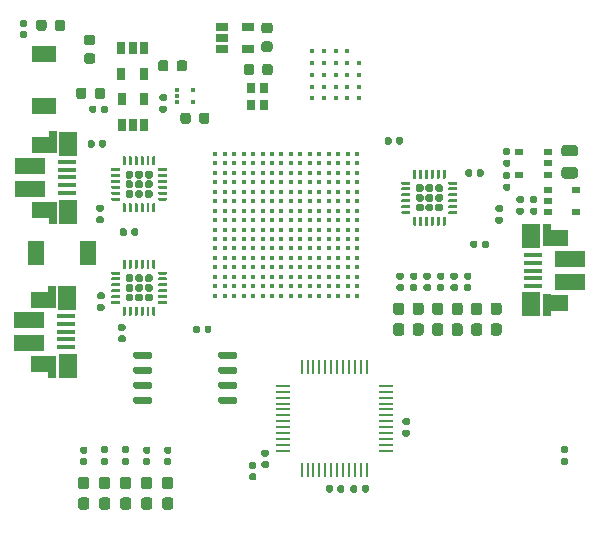
<source format=gtp>
G04 #@! TF.GenerationSoftware,KiCad,Pcbnew,5.1.6*
G04 #@! TF.CreationDate,2020-05-21T11:34:31+02:00*
G04 #@! TF.ProjectId,luna_rev0,6c756e61-5f72-4657-9630-2e6b69636164,r0*
G04 #@! TF.SameCoordinates,Original*
G04 #@! TF.FileFunction,Paste,Top*
G04 #@! TF.FilePolarity,Positive*
%FSLAX46Y46*%
G04 Gerber Fmt 4.6, Leading zero omitted, Abs format (unit mm)*
G04 Created by KiCad (PCBNEW 5.1.6) date 2020-05-21 11:34:31*
%MOMM*%
%LPD*%
G01*
G04 APERTURE LIST*
%ADD10C,0.410000*%
%ADD11R,0.800000X0.550000*%
%ADD12R,2.000000X1.350000*%
%ADD13R,0.700000X1.825000*%
%ADD14R,1.500000X2.000000*%
%ADD15R,1.650000X0.400000*%
%ADD16R,2.500000X1.430000*%
%ADD17C,0.400000*%
%ADD18R,0.650000X1.060000*%
%ADD19R,1.300000X0.250000*%
%ADD20R,0.250000X1.300000*%
%ADD21R,2.100000X1.400000*%
%ADD22R,1.400000X2.100000*%
%ADD23R,1.060000X0.650000*%
%ADD24R,0.450000X0.300000*%
%ADD25R,0.800000X0.900000*%
G04 APERTURE END LIST*
G36*
G01*
X133177500Y-88201000D02*
X133522500Y-88201000D01*
G75*
G02*
X133670000Y-88348500I0J-147500D01*
G01*
X133670000Y-88643500D01*
G75*
G02*
X133522500Y-88791000I-147500J0D01*
G01*
X133177500Y-88791000D01*
G75*
G02*
X133030000Y-88643500I0J147500D01*
G01*
X133030000Y-88348500D01*
G75*
G02*
X133177500Y-88201000I147500J0D01*
G01*
G37*
G36*
G01*
X133177500Y-87231000D02*
X133522500Y-87231000D01*
G75*
G02*
X133670000Y-87378500I0J-147500D01*
G01*
X133670000Y-87673500D01*
G75*
G02*
X133522500Y-87821000I-147500J0D01*
G01*
X133177500Y-87821000D01*
G75*
G02*
X133030000Y-87673500I0J147500D01*
G01*
X133030000Y-87378500D01*
G75*
G02*
X133177500Y-87231000I147500J0D01*
G01*
G37*
D10*
X109316000Y-82900000D03*
X110116000Y-82900000D03*
X110916000Y-82900000D03*
X111716000Y-82900000D03*
X112516000Y-82900000D03*
X113316000Y-82900000D03*
X114116000Y-82900000D03*
X114916000Y-82900000D03*
X115716000Y-82900000D03*
X116516000Y-82900000D03*
X117316000Y-82900000D03*
X118116000Y-82900000D03*
X118916000Y-82900000D03*
X119716000Y-82900000D03*
X120516000Y-82900000D03*
X121316000Y-82900000D03*
X109316000Y-83700000D03*
X110116000Y-83700000D03*
X110916000Y-83700000D03*
X111716000Y-83700000D03*
X112516000Y-83700000D03*
X113316000Y-83700000D03*
X114116000Y-83700000D03*
X114916000Y-83700000D03*
X115716000Y-83700000D03*
X116516000Y-83700000D03*
X117316000Y-83700000D03*
X118116000Y-83700000D03*
X118916000Y-83700000D03*
X119716000Y-83700000D03*
X120516000Y-83700000D03*
X121316000Y-83700000D03*
X109316000Y-84500000D03*
X110116000Y-84500000D03*
X110916000Y-84500000D03*
X111716000Y-84500000D03*
X112516000Y-84500000D03*
X113316000Y-84500000D03*
X114116000Y-84500000D03*
X114916000Y-84500000D03*
X115716000Y-84500000D03*
X116516000Y-84500000D03*
X117316000Y-84500000D03*
X118116000Y-84500000D03*
X118916000Y-84500000D03*
X119716000Y-84500000D03*
X120516000Y-84500000D03*
X121316000Y-84500000D03*
X109316000Y-85300000D03*
X110116000Y-85300000D03*
X110916000Y-85300000D03*
X111716000Y-85300000D03*
X112516000Y-85300000D03*
X113316000Y-85300000D03*
X114116000Y-85300000D03*
X114916000Y-85300000D03*
X115716000Y-85300000D03*
X116516000Y-85300000D03*
X117316000Y-85300000D03*
X118116000Y-85300000D03*
X118916000Y-85300000D03*
X119716000Y-85300000D03*
X120516000Y-85300000D03*
X121316000Y-85300000D03*
X109316000Y-86100000D03*
X110116000Y-86100000D03*
X110916000Y-86100000D03*
X111716000Y-86100000D03*
X112516000Y-86100000D03*
X113316000Y-86100000D03*
X114116000Y-86100000D03*
X114916000Y-86100000D03*
X115716000Y-86100000D03*
X116516000Y-86100000D03*
X117316000Y-86100000D03*
X118116000Y-86100000D03*
X118916000Y-86100000D03*
X119716000Y-86100000D03*
X120516000Y-86100000D03*
X121316000Y-86100000D03*
X109316000Y-86900000D03*
X110116000Y-86900000D03*
X110916000Y-86900000D03*
X111716000Y-86900000D03*
X112516000Y-86900000D03*
X113316000Y-86900000D03*
X114116000Y-86900000D03*
X114916000Y-86900000D03*
X115716000Y-86900000D03*
X116516000Y-86900000D03*
X117316000Y-86900000D03*
X118116000Y-86900000D03*
X118916000Y-86900000D03*
X119716000Y-86900000D03*
X120516000Y-86900000D03*
X121316000Y-86900000D03*
X109316000Y-87700000D03*
X110116000Y-87700000D03*
X110916000Y-87700000D03*
X111716000Y-87700000D03*
X112516000Y-87700000D03*
X113316000Y-87700000D03*
X114116000Y-87700000D03*
X114916000Y-87700000D03*
X115716000Y-87700000D03*
X116516000Y-87700000D03*
X117316000Y-87700000D03*
X118116000Y-87700000D03*
X118916000Y-87700000D03*
X119716000Y-87700000D03*
X120516000Y-87700000D03*
X121316000Y-87700000D03*
X109316000Y-88500000D03*
X110116000Y-88500000D03*
X110916000Y-88500000D03*
X111716000Y-88500000D03*
X112516000Y-88500000D03*
X113316000Y-88500000D03*
X114116000Y-88500000D03*
X114916000Y-88500000D03*
X115716000Y-88500000D03*
X116516000Y-88500000D03*
X117316000Y-88500000D03*
X118116000Y-88500000D03*
X118916000Y-88500000D03*
X119716000Y-88500000D03*
X120516000Y-88500000D03*
X121316000Y-88500000D03*
X109316000Y-89300000D03*
X110116000Y-89300000D03*
X110916000Y-89300000D03*
X111716000Y-89300000D03*
X112516000Y-89300000D03*
X113316000Y-89300000D03*
X114116000Y-89300000D03*
X114916000Y-89300000D03*
X115716000Y-89300000D03*
X116516000Y-89300000D03*
X117316000Y-89300000D03*
X118116000Y-89300000D03*
X118916000Y-89300000D03*
X119716000Y-89300000D03*
X120516000Y-89300000D03*
X121316000Y-89300000D03*
X109316000Y-90100000D03*
X110116000Y-90100000D03*
X110916000Y-90100000D03*
X111716000Y-90100000D03*
X112516000Y-90100000D03*
X113316000Y-90100000D03*
X114116000Y-90100000D03*
X114916000Y-90100000D03*
X115716000Y-90100000D03*
X116516000Y-90100000D03*
X117316000Y-90100000D03*
X118116000Y-90100000D03*
X118916000Y-90100000D03*
X119716000Y-90100000D03*
X120516000Y-90100000D03*
X121316000Y-90100000D03*
X109316000Y-90900000D03*
X110116000Y-90900000D03*
X110916000Y-90900000D03*
X111716000Y-90900000D03*
X112516000Y-90900000D03*
X113316000Y-90900000D03*
X114116000Y-90900000D03*
X114916000Y-90900000D03*
X115716000Y-90900000D03*
X116516000Y-90900000D03*
X117316000Y-90900000D03*
X118116000Y-90900000D03*
X118916000Y-90900000D03*
X119716000Y-90900000D03*
X120516000Y-90900000D03*
X121316000Y-90900000D03*
X109316000Y-91700000D03*
X110116000Y-91700000D03*
X110916000Y-91700000D03*
X111716000Y-91700000D03*
X112516000Y-91700000D03*
X113316000Y-91700000D03*
X114116000Y-91700000D03*
X114916000Y-91700000D03*
X115716000Y-91700000D03*
X116516000Y-91700000D03*
X117316000Y-91700000D03*
X118116000Y-91700000D03*
X118916000Y-91700000D03*
X119716000Y-91700000D03*
X120516000Y-91700000D03*
X121316000Y-91700000D03*
X109316000Y-92500000D03*
X110116000Y-92500000D03*
X110916000Y-92500000D03*
X111716000Y-92500000D03*
X112516000Y-92500000D03*
X113316000Y-92500000D03*
X114116000Y-92500000D03*
X114916000Y-92500000D03*
X115716000Y-92500000D03*
X116516000Y-92500000D03*
X117316000Y-92500000D03*
X118116000Y-92500000D03*
X118916000Y-92500000D03*
X119716000Y-92500000D03*
X120516000Y-92500000D03*
X121316000Y-92500000D03*
X109316000Y-93300000D03*
X110116000Y-93300000D03*
X110916000Y-93300000D03*
X111716000Y-93300000D03*
X112516000Y-93300000D03*
X113316000Y-93300000D03*
X114116000Y-93300000D03*
X114916000Y-93300000D03*
X115716000Y-93300000D03*
X116516000Y-93300000D03*
X117316000Y-93300000D03*
X118116000Y-93300000D03*
X118916000Y-93300000D03*
X119716000Y-93300000D03*
X120516000Y-93300000D03*
X121316000Y-93300000D03*
X109316000Y-94100000D03*
X110116000Y-94100000D03*
X110916000Y-94100000D03*
X111716000Y-94100000D03*
X112516000Y-94100000D03*
X113316000Y-94100000D03*
X114116000Y-94100000D03*
X114916000Y-94100000D03*
X115716000Y-94100000D03*
X116516000Y-94100000D03*
X117316000Y-94100000D03*
X118116000Y-94100000D03*
X118916000Y-94100000D03*
X119716000Y-94100000D03*
X120516000Y-94100000D03*
X121316000Y-94100000D03*
X109316000Y-94900000D03*
X110116000Y-94900000D03*
X110916000Y-94900000D03*
X111716000Y-94900000D03*
X112516000Y-94900000D03*
X113316000Y-94900000D03*
X114116000Y-94900000D03*
X114916000Y-94900000D03*
X115716000Y-94900000D03*
X116516000Y-94900000D03*
X117316000Y-94900000D03*
X118116000Y-94900000D03*
X118916000Y-94900000D03*
X119716000Y-94900000D03*
X120516000Y-94900000D03*
X121316000Y-94900000D03*
G36*
G01*
X136443500Y-87059000D02*
X136098500Y-87059000D01*
G75*
G02*
X135951000Y-86911500I0J147500D01*
G01*
X135951000Y-86616500D01*
G75*
G02*
X136098500Y-86469000I147500J0D01*
G01*
X136443500Y-86469000D01*
G75*
G02*
X136591000Y-86616500I0J-147500D01*
G01*
X136591000Y-86911500D01*
G75*
G02*
X136443500Y-87059000I-147500J0D01*
G01*
G37*
G36*
G01*
X136443500Y-88029000D02*
X136098500Y-88029000D01*
G75*
G02*
X135951000Y-87881500I0J147500D01*
G01*
X135951000Y-87586500D01*
G75*
G02*
X136098500Y-87439000I147500J0D01*
G01*
X136443500Y-87439000D01*
G75*
G02*
X136591000Y-87586500I0J-147500D01*
G01*
X136591000Y-87881500D01*
G75*
G02*
X136443500Y-88029000I-147500J0D01*
G01*
G37*
G36*
G01*
X133812500Y-85407000D02*
X134157500Y-85407000D01*
G75*
G02*
X134305000Y-85554500I0J-147500D01*
G01*
X134305000Y-85849500D01*
G75*
G02*
X134157500Y-85997000I-147500J0D01*
G01*
X133812500Y-85997000D01*
G75*
G02*
X133665000Y-85849500I0J147500D01*
G01*
X133665000Y-85554500D01*
G75*
G02*
X133812500Y-85407000I147500J0D01*
G01*
G37*
G36*
G01*
X133812500Y-84437000D02*
X134157500Y-84437000D01*
G75*
G02*
X134305000Y-84584500I0J-147500D01*
G01*
X134305000Y-84879500D01*
G75*
G02*
X134157500Y-85027000I-147500J0D01*
G01*
X133812500Y-85027000D01*
G75*
G02*
X133665000Y-84879500I0J147500D01*
G01*
X133665000Y-84584500D01*
G75*
G02*
X133812500Y-84437000I147500J0D01*
G01*
G37*
D11*
X139884000Y-85918000D03*
X139884000Y-87818000D03*
X137484000Y-87818000D03*
X137484000Y-86868000D03*
X137484000Y-85918000D03*
X135071000Y-84643000D03*
X135071000Y-82743000D03*
X137471000Y-82743000D03*
X137471000Y-83693000D03*
X137471000Y-84643000D03*
G36*
G01*
X138862750Y-84016000D02*
X139775250Y-84016000D01*
G75*
G02*
X140019000Y-84259750I0J-243750D01*
G01*
X140019000Y-84747250D01*
G75*
G02*
X139775250Y-84991000I-243750J0D01*
G01*
X138862750Y-84991000D01*
G75*
G02*
X138619000Y-84747250I0J243750D01*
G01*
X138619000Y-84259750D01*
G75*
G02*
X138862750Y-84016000I243750J0D01*
G01*
G37*
G36*
G01*
X138862750Y-82141000D02*
X139775250Y-82141000D01*
G75*
G02*
X140019000Y-82384750I0J-243750D01*
G01*
X140019000Y-82872250D01*
G75*
G02*
X139775250Y-83116000I-243750J0D01*
G01*
X138862750Y-83116000D01*
G75*
G02*
X138619000Y-82872250I0J243750D01*
G01*
X138619000Y-82384750D01*
G75*
G02*
X138862750Y-82141000I243750J0D01*
G01*
G37*
G36*
G01*
X95727000Y-72265250D02*
X95727000Y-71752750D01*
G75*
G02*
X95945750Y-71534000I218750J0D01*
G01*
X96383250Y-71534000D01*
G75*
G02*
X96602000Y-71752750I0J-218750D01*
G01*
X96602000Y-72265250D01*
G75*
G02*
X96383250Y-72484000I-218750J0D01*
G01*
X95945750Y-72484000D01*
G75*
G02*
X95727000Y-72265250I0J218750D01*
G01*
G37*
G36*
G01*
X94152000Y-72265250D02*
X94152000Y-71752750D01*
G75*
G02*
X94370750Y-71534000I218750J0D01*
G01*
X94808250Y-71534000D01*
G75*
G02*
X95027000Y-71752750I0J-218750D01*
G01*
X95027000Y-72265250D01*
G75*
G02*
X94808250Y-72484000I-218750J0D01*
G01*
X94370750Y-72484000D01*
G75*
G02*
X94152000Y-72265250I0J218750D01*
G01*
G37*
D12*
X138130500Y-90031000D03*
X138130500Y-95511000D03*
D13*
X137380500Y-95731000D03*
X137380500Y-89781000D03*
D14*
X136080500Y-95631000D03*
X136060500Y-89881000D03*
D15*
X136180500Y-94081000D03*
X136180500Y-93431000D03*
X136180500Y-92781000D03*
X136180500Y-92131000D03*
X136180500Y-91481000D03*
D16*
X139330500Y-93741000D03*
X139330500Y-91821000D03*
X93611000Y-85834500D03*
X93611000Y-83914500D03*
D15*
X96761000Y-86174500D03*
X96761000Y-85524500D03*
X96761000Y-84874500D03*
X96761000Y-84224500D03*
X96761000Y-83574500D03*
D14*
X96881000Y-87774500D03*
X96861000Y-82024500D03*
D13*
X95561000Y-87874500D03*
X95561000Y-81924500D03*
D12*
X94811000Y-82144500D03*
X94811000Y-87624500D03*
X94747500Y-100705500D03*
X94747500Y-95225500D03*
D13*
X95497500Y-95005500D03*
X95497500Y-100955500D03*
D14*
X96797500Y-95105500D03*
X96817500Y-100855500D03*
D15*
X96697500Y-96655500D03*
X96697500Y-97305500D03*
X96697500Y-97955500D03*
X96697500Y-98605500D03*
X96697500Y-99255500D03*
D16*
X93547500Y-96995500D03*
X93547500Y-98915500D03*
D17*
X120507000Y-74200000D03*
X119507000Y-74200000D03*
X118507000Y-74200000D03*
X117507000Y-74200000D03*
X121507000Y-75200000D03*
X120507000Y-75200000D03*
X119507000Y-75200000D03*
X118507000Y-75200000D03*
X117507000Y-75200000D03*
X121507000Y-76200000D03*
X120507000Y-76200000D03*
X119507000Y-76200000D03*
X118507000Y-76200000D03*
X117507000Y-76200000D03*
X121507000Y-77200000D03*
X120507000Y-77200000D03*
X119507000Y-77200000D03*
X118507000Y-77200000D03*
X117507000Y-77200000D03*
X121507000Y-78200000D03*
X120507000Y-78200000D03*
X119507000Y-78200000D03*
X118507000Y-78200000D03*
X117507000Y-78200000D03*
D18*
X101396800Y-78232000D03*
X103296800Y-78232000D03*
X103296800Y-80432000D03*
X102346800Y-80432000D03*
X101396800Y-80432000D03*
G36*
G01*
X104729500Y-78805400D02*
X105074500Y-78805400D01*
G75*
G02*
X105222000Y-78952900I0J-147500D01*
G01*
X105222000Y-79247900D01*
G75*
G02*
X105074500Y-79395400I-147500J0D01*
G01*
X104729500Y-79395400D01*
G75*
G02*
X104582000Y-79247900I0J147500D01*
G01*
X104582000Y-78952900D01*
G75*
G02*
X104729500Y-78805400I147500J0D01*
G01*
G37*
G36*
G01*
X104729500Y-77835400D02*
X105074500Y-77835400D01*
G75*
G02*
X105222000Y-77982900I0J-147500D01*
G01*
X105222000Y-78277900D01*
G75*
G02*
X105074500Y-78425400I-147500J0D01*
G01*
X104729500Y-78425400D01*
G75*
G02*
X104582000Y-78277900I0J147500D01*
G01*
X104582000Y-77982900D01*
G75*
G02*
X104729500Y-77835400I147500J0D01*
G01*
G37*
G36*
G01*
X98405200Y-77518550D02*
X98405200Y-78031050D01*
G75*
G02*
X98186450Y-78249800I-218750J0D01*
G01*
X97748950Y-78249800D01*
G75*
G02*
X97530200Y-78031050I0J218750D01*
G01*
X97530200Y-77518550D01*
G75*
G02*
X97748950Y-77299800I218750J0D01*
G01*
X98186450Y-77299800D01*
G75*
G02*
X98405200Y-77518550I0J-218750D01*
G01*
G37*
G36*
G01*
X99980200Y-77518550D02*
X99980200Y-78031050D01*
G75*
G02*
X99761450Y-78249800I-218750J0D01*
G01*
X99323950Y-78249800D01*
G75*
G02*
X99105200Y-78031050I0J218750D01*
G01*
X99105200Y-77518550D01*
G75*
G02*
X99323950Y-77299800I218750J0D01*
G01*
X99761450Y-77299800D01*
G75*
G02*
X99980200Y-77518550I0J-218750D01*
G01*
G37*
G36*
G01*
X119276500Y-111079500D02*
X119276500Y-111424500D01*
G75*
G02*
X119129000Y-111572000I-147500J0D01*
G01*
X118834000Y-111572000D01*
G75*
G02*
X118686500Y-111424500I0J147500D01*
G01*
X118686500Y-111079500D01*
G75*
G02*
X118834000Y-110932000I147500J0D01*
G01*
X119129000Y-110932000D01*
G75*
G02*
X119276500Y-111079500I0J-147500D01*
G01*
G37*
G36*
G01*
X120246500Y-111079500D02*
X120246500Y-111424500D01*
G75*
G02*
X120099000Y-111572000I-147500J0D01*
G01*
X119804000Y-111572000D01*
G75*
G02*
X119656500Y-111424500I0J147500D01*
G01*
X119656500Y-111079500D01*
G75*
G02*
X119804000Y-110932000I147500J0D01*
G01*
X120099000Y-110932000D01*
G75*
G02*
X120246500Y-111079500I0J-147500D01*
G01*
G37*
D19*
X123730000Y-108033000D03*
X123730000Y-107533000D03*
X123730000Y-107033000D03*
X123730000Y-106533000D03*
X123730000Y-106033000D03*
X123730000Y-105533000D03*
X123730000Y-105033000D03*
X123730000Y-104533000D03*
X123730000Y-104033000D03*
X123730000Y-103533000D03*
X123730000Y-103033000D03*
X123730000Y-102533000D03*
D20*
X122130000Y-100933000D03*
X121630000Y-100933000D03*
X121130000Y-100933000D03*
X120630000Y-100933000D03*
X120130000Y-100933000D03*
X119630000Y-100933000D03*
X119130000Y-100933000D03*
X118630000Y-100933000D03*
X118130000Y-100933000D03*
X117630000Y-100933000D03*
X117130000Y-100933000D03*
X116630000Y-100933000D03*
D19*
X115030000Y-102533000D03*
X115030000Y-103033000D03*
X115030000Y-103533000D03*
X115030000Y-104033000D03*
X115030000Y-104533000D03*
X115030000Y-105033000D03*
X115030000Y-105533000D03*
X115030000Y-106033000D03*
X115030000Y-106533000D03*
X115030000Y-107033000D03*
X115030000Y-107533000D03*
X115030000Y-108033000D03*
D20*
X116630000Y-109633000D03*
X117130000Y-109633000D03*
X117630000Y-109633000D03*
X118130000Y-109633000D03*
X118630000Y-109633000D03*
X119130000Y-109633000D03*
X119630000Y-109633000D03*
X120130000Y-109633000D03*
X120630000Y-109633000D03*
X121130000Y-109633000D03*
X121630000Y-109633000D03*
X122130000Y-109633000D03*
G36*
G01*
X126283500Y-93536000D02*
X125938500Y-93536000D01*
G75*
G02*
X125791000Y-93388500I0J147500D01*
G01*
X125791000Y-93093500D01*
G75*
G02*
X125938500Y-92946000I147500J0D01*
G01*
X126283500Y-92946000D01*
G75*
G02*
X126431000Y-93093500I0J-147500D01*
G01*
X126431000Y-93388500D01*
G75*
G02*
X126283500Y-93536000I-147500J0D01*
G01*
G37*
G36*
G01*
X126283500Y-94506000D02*
X125938500Y-94506000D01*
G75*
G02*
X125791000Y-94358500I0J147500D01*
G01*
X125791000Y-94063500D01*
G75*
G02*
X125938500Y-93916000I147500J0D01*
G01*
X126283500Y-93916000D01*
G75*
G02*
X126431000Y-94063500I0J-147500D01*
G01*
X126431000Y-94358500D01*
G75*
G02*
X126283500Y-94506000I-147500J0D01*
G01*
G37*
G36*
G01*
X102363000Y-100099000D02*
X102363000Y-99799000D01*
G75*
G02*
X102513000Y-99649000I150000J0D01*
G01*
X103813000Y-99649000D01*
G75*
G02*
X103963000Y-99799000I0J-150000D01*
G01*
X103963000Y-100099000D01*
G75*
G02*
X103813000Y-100249000I-150000J0D01*
G01*
X102513000Y-100249000D01*
G75*
G02*
X102363000Y-100099000I0J150000D01*
G01*
G37*
G36*
G01*
X102363000Y-101369000D02*
X102363000Y-101069000D01*
G75*
G02*
X102513000Y-100919000I150000J0D01*
G01*
X103813000Y-100919000D01*
G75*
G02*
X103963000Y-101069000I0J-150000D01*
G01*
X103963000Y-101369000D01*
G75*
G02*
X103813000Y-101519000I-150000J0D01*
G01*
X102513000Y-101519000D01*
G75*
G02*
X102363000Y-101369000I0J150000D01*
G01*
G37*
G36*
G01*
X102363000Y-102639000D02*
X102363000Y-102339000D01*
G75*
G02*
X102513000Y-102189000I150000J0D01*
G01*
X103813000Y-102189000D01*
G75*
G02*
X103963000Y-102339000I0J-150000D01*
G01*
X103963000Y-102639000D01*
G75*
G02*
X103813000Y-102789000I-150000J0D01*
G01*
X102513000Y-102789000D01*
G75*
G02*
X102363000Y-102639000I0J150000D01*
G01*
G37*
G36*
G01*
X102363000Y-103909000D02*
X102363000Y-103609000D01*
G75*
G02*
X102513000Y-103459000I150000J0D01*
G01*
X103813000Y-103459000D01*
G75*
G02*
X103963000Y-103609000I0J-150000D01*
G01*
X103963000Y-103909000D01*
G75*
G02*
X103813000Y-104059000I-150000J0D01*
G01*
X102513000Y-104059000D01*
G75*
G02*
X102363000Y-103909000I0J150000D01*
G01*
G37*
G36*
G01*
X109563000Y-103909000D02*
X109563000Y-103609000D01*
G75*
G02*
X109713000Y-103459000I150000J0D01*
G01*
X111013000Y-103459000D01*
G75*
G02*
X111163000Y-103609000I0J-150000D01*
G01*
X111163000Y-103909000D01*
G75*
G02*
X111013000Y-104059000I-150000J0D01*
G01*
X109713000Y-104059000D01*
G75*
G02*
X109563000Y-103909000I0J150000D01*
G01*
G37*
G36*
G01*
X109563000Y-102639000D02*
X109563000Y-102339000D01*
G75*
G02*
X109713000Y-102189000I150000J0D01*
G01*
X111013000Y-102189000D01*
G75*
G02*
X111163000Y-102339000I0J-150000D01*
G01*
X111163000Y-102639000D01*
G75*
G02*
X111013000Y-102789000I-150000J0D01*
G01*
X109713000Y-102789000D01*
G75*
G02*
X109563000Y-102639000I0J150000D01*
G01*
G37*
G36*
G01*
X109563000Y-101369000D02*
X109563000Y-101069000D01*
G75*
G02*
X109713000Y-100919000I150000J0D01*
G01*
X111013000Y-100919000D01*
G75*
G02*
X111163000Y-101069000I0J-150000D01*
G01*
X111163000Y-101369000D01*
G75*
G02*
X111013000Y-101519000I-150000J0D01*
G01*
X109713000Y-101519000D01*
G75*
G02*
X109563000Y-101369000I0J150000D01*
G01*
G37*
G36*
G01*
X109563000Y-100099000D02*
X109563000Y-99799000D01*
G75*
G02*
X109713000Y-99649000I150000J0D01*
G01*
X111013000Y-99649000D01*
G75*
G02*
X111163000Y-99799000I0J-150000D01*
G01*
X111163000Y-100099000D01*
G75*
G02*
X111013000Y-100249000I-150000J0D01*
G01*
X109713000Y-100249000D01*
G75*
G02*
X109563000Y-100099000I0J150000D01*
G01*
G37*
G36*
G01*
X98935250Y-73691000D02*
X98422750Y-73691000D01*
G75*
G02*
X98204000Y-73472250I0J218750D01*
G01*
X98204000Y-73034750D01*
G75*
G02*
X98422750Y-72816000I218750J0D01*
G01*
X98935250Y-72816000D01*
G75*
G02*
X99154000Y-73034750I0J-218750D01*
G01*
X99154000Y-73472250D01*
G75*
G02*
X98935250Y-73691000I-218750J0D01*
G01*
G37*
G36*
G01*
X98935250Y-75266000D02*
X98422750Y-75266000D01*
G75*
G02*
X98204000Y-75047250I0J218750D01*
G01*
X98204000Y-74609750D01*
G75*
G02*
X98422750Y-74391000I218750J0D01*
G01*
X98935250Y-74391000D01*
G75*
G02*
X99154000Y-74609750I0J-218750D01*
G01*
X99154000Y-75047250D01*
G75*
G02*
X98935250Y-75266000I-218750J0D01*
G01*
G37*
G36*
G01*
X125303500Y-106235000D02*
X125648500Y-106235000D01*
G75*
G02*
X125796000Y-106382500I0J-147500D01*
G01*
X125796000Y-106677500D01*
G75*
G02*
X125648500Y-106825000I-147500J0D01*
G01*
X125303500Y-106825000D01*
G75*
G02*
X125156000Y-106677500I0J147500D01*
G01*
X125156000Y-106382500D01*
G75*
G02*
X125303500Y-106235000I147500J0D01*
G01*
G37*
G36*
G01*
X125303500Y-105265000D02*
X125648500Y-105265000D01*
G75*
G02*
X125796000Y-105412500I0J-147500D01*
G01*
X125796000Y-105707500D01*
G75*
G02*
X125648500Y-105855000I-147500J0D01*
G01*
X125303500Y-105855000D01*
G75*
G02*
X125156000Y-105707500I0J147500D01*
G01*
X125156000Y-105412500D01*
G75*
G02*
X125303500Y-105265000I147500J0D01*
G01*
G37*
G36*
G01*
X113710500Y-109492000D02*
X113365500Y-109492000D01*
G75*
G02*
X113218000Y-109344500I0J147500D01*
G01*
X113218000Y-109049500D01*
G75*
G02*
X113365500Y-108902000I147500J0D01*
G01*
X113710500Y-108902000D01*
G75*
G02*
X113858000Y-109049500I0J-147500D01*
G01*
X113858000Y-109344500D01*
G75*
G02*
X113710500Y-109492000I-147500J0D01*
G01*
G37*
G36*
G01*
X113710500Y-108522000D02*
X113365500Y-108522000D01*
G75*
G02*
X113218000Y-108374500I0J147500D01*
G01*
X113218000Y-108079500D01*
G75*
G02*
X113365500Y-107932000I147500J0D01*
G01*
X113710500Y-107932000D01*
G75*
G02*
X113858000Y-108079500I0J-147500D01*
G01*
X113858000Y-108374500D01*
G75*
G02*
X113710500Y-108522000I-147500J0D01*
G01*
G37*
G36*
G01*
X121729000Y-111424500D02*
X121729000Y-111079500D01*
G75*
G02*
X121876500Y-110932000I147500J0D01*
G01*
X122171500Y-110932000D01*
G75*
G02*
X122319000Y-111079500I0J-147500D01*
G01*
X122319000Y-111424500D01*
G75*
G02*
X122171500Y-111572000I-147500J0D01*
G01*
X121876500Y-111572000D01*
G75*
G02*
X121729000Y-111424500I0J147500D01*
G01*
G37*
G36*
G01*
X120759000Y-111424500D02*
X120759000Y-111079500D01*
G75*
G02*
X120906500Y-110932000I147500J0D01*
G01*
X121201500Y-110932000D01*
G75*
G02*
X121349000Y-111079500I0J-147500D01*
G01*
X121349000Y-111424500D01*
G75*
G02*
X121201500Y-111572000I-147500J0D01*
G01*
X120906500Y-111572000D01*
G75*
G02*
X120759000Y-111424500I0J147500D01*
G01*
G37*
G36*
G01*
X113434150Y-71799900D02*
X113946650Y-71799900D01*
G75*
G02*
X114165400Y-72018650I0J-218750D01*
G01*
X114165400Y-72456150D01*
G75*
G02*
X113946650Y-72674900I-218750J0D01*
G01*
X113434150Y-72674900D01*
G75*
G02*
X113215400Y-72456150I0J218750D01*
G01*
X113215400Y-72018650D01*
G75*
G02*
X113434150Y-71799900I218750J0D01*
G01*
G37*
G36*
G01*
X113434150Y-73374900D02*
X113946650Y-73374900D01*
G75*
G02*
X114165400Y-73593650I0J-218750D01*
G01*
X114165400Y-74031150D01*
G75*
G02*
X113946650Y-74249900I-218750J0D01*
G01*
X113434150Y-74249900D01*
G75*
G02*
X113215400Y-74031150I0J218750D01*
G01*
X113215400Y-73593650D01*
G75*
G02*
X113434150Y-73374900I218750J0D01*
G01*
G37*
G36*
G01*
X107944500Y-80139250D02*
X107944500Y-79626750D01*
G75*
G02*
X108163250Y-79408000I218750J0D01*
G01*
X108600750Y-79408000D01*
G75*
G02*
X108819500Y-79626750I0J-218750D01*
G01*
X108819500Y-80139250D01*
G75*
G02*
X108600750Y-80358000I-218750J0D01*
G01*
X108163250Y-80358000D01*
G75*
G02*
X107944500Y-80139250I0J218750D01*
G01*
G37*
G36*
G01*
X106369500Y-80139250D02*
X106369500Y-79626750D01*
G75*
G02*
X106588250Y-79408000I218750J0D01*
G01*
X107025750Y-79408000D01*
G75*
G02*
X107244500Y-79626750I0J-218750D01*
G01*
X107244500Y-80139250D01*
G75*
G02*
X107025750Y-80358000I-218750J0D01*
G01*
X106588250Y-80358000D01*
G75*
G02*
X106369500Y-80139250I0J218750D01*
G01*
G37*
G36*
G01*
X113291000Y-76011750D02*
X113291000Y-75499250D01*
G75*
G02*
X113509750Y-75280500I218750J0D01*
G01*
X113947250Y-75280500D01*
G75*
G02*
X114166000Y-75499250I0J-218750D01*
G01*
X114166000Y-76011750D01*
G75*
G02*
X113947250Y-76230500I-218750J0D01*
G01*
X113509750Y-76230500D01*
G75*
G02*
X113291000Y-76011750I0J218750D01*
G01*
G37*
G36*
G01*
X111716000Y-76011750D02*
X111716000Y-75499250D01*
G75*
G02*
X111934750Y-75280500I218750J0D01*
G01*
X112372250Y-75280500D01*
G75*
G02*
X112591000Y-75499250I0J-218750D01*
G01*
X112591000Y-76011750D01*
G75*
G02*
X112372250Y-76230500I-218750J0D01*
G01*
X111934750Y-76230500D01*
G75*
G02*
X111716000Y-76011750I0J218750D01*
G01*
G37*
G36*
G01*
X106927000Y-75181750D02*
X106927000Y-75694250D01*
G75*
G02*
X106708250Y-75913000I-218750J0D01*
G01*
X106270750Y-75913000D01*
G75*
G02*
X106052000Y-75694250I0J218750D01*
G01*
X106052000Y-75181750D01*
G75*
G02*
X106270750Y-74963000I218750J0D01*
G01*
X106708250Y-74963000D01*
G75*
G02*
X106927000Y-75181750I0J-218750D01*
G01*
G37*
G36*
G01*
X105352000Y-75181750D02*
X105352000Y-75694250D01*
G75*
G02*
X105133250Y-75913000I-218750J0D01*
G01*
X104695750Y-75913000D01*
G75*
G02*
X104477000Y-75694250I0J218750D01*
G01*
X104477000Y-75181750D01*
G75*
G02*
X104695750Y-74963000I218750J0D01*
G01*
X105133250Y-74963000D01*
G75*
G02*
X105352000Y-75181750I0J-218750D01*
G01*
G37*
G36*
G01*
X100221000Y-78948500D02*
X100221000Y-79293500D01*
G75*
G02*
X100073500Y-79441000I-147500J0D01*
G01*
X99778500Y-79441000D01*
G75*
G02*
X99631000Y-79293500I0J147500D01*
G01*
X99631000Y-78948500D01*
G75*
G02*
X99778500Y-78801000I147500J0D01*
G01*
X100073500Y-78801000D01*
G75*
G02*
X100221000Y-78948500I0J-147500D01*
G01*
G37*
G36*
G01*
X99251000Y-78948500D02*
X99251000Y-79293500D01*
G75*
G02*
X99103500Y-79441000I-147500J0D01*
G01*
X98808500Y-79441000D01*
G75*
G02*
X98661000Y-79293500I0J147500D01*
G01*
X98661000Y-78948500D01*
G75*
G02*
X98808500Y-78801000I147500J0D01*
G01*
X99103500Y-78801000D01*
G75*
G02*
X99251000Y-78948500I0J-147500D01*
G01*
G37*
G36*
G01*
X92918500Y-71546500D02*
X93263500Y-71546500D01*
G75*
G02*
X93411000Y-71694000I0J-147500D01*
G01*
X93411000Y-71989000D01*
G75*
G02*
X93263500Y-72136500I-147500J0D01*
G01*
X92918500Y-72136500D01*
G75*
G02*
X92771000Y-71989000I0J147500D01*
G01*
X92771000Y-71694000D01*
G75*
G02*
X92918500Y-71546500I147500J0D01*
G01*
G37*
G36*
G01*
X92918500Y-72516500D02*
X93263500Y-72516500D01*
G75*
G02*
X93411000Y-72664000I0J-147500D01*
G01*
X93411000Y-72959000D01*
G75*
G02*
X93263500Y-73106500I-147500J0D01*
G01*
X92918500Y-73106500D01*
G75*
G02*
X92771000Y-72959000I0J147500D01*
G01*
X92771000Y-72664000D01*
G75*
G02*
X92918500Y-72516500I147500J0D01*
G01*
G37*
D21*
X94805500Y-78844500D03*
X94805500Y-74444500D03*
G36*
G01*
X132858500Y-97237000D02*
X133333500Y-97237000D01*
G75*
G02*
X133571000Y-97474500I0J-237500D01*
G01*
X133571000Y-98049500D01*
G75*
G02*
X133333500Y-98287000I-237500J0D01*
G01*
X132858500Y-98287000D01*
G75*
G02*
X132621000Y-98049500I0J237500D01*
G01*
X132621000Y-97474500D01*
G75*
G02*
X132858500Y-97237000I237500J0D01*
G01*
G37*
G36*
G01*
X132858500Y-95487000D02*
X133333500Y-95487000D01*
G75*
G02*
X133571000Y-95724500I0J-237500D01*
G01*
X133571000Y-96299500D01*
G75*
G02*
X133333500Y-96537000I-237500J0D01*
G01*
X132858500Y-96537000D01*
G75*
G02*
X132621000Y-96299500I0J237500D01*
G01*
X132621000Y-95724500D01*
G75*
G02*
X132858500Y-95487000I237500J0D01*
G01*
G37*
G36*
G01*
X131207500Y-95501000D02*
X131682500Y-95501000D01*
G75*
G02*
X131920000Y-95738500I0J-237500D01*
G01*
X131920000Y-96313500D01*
G75*
G02*
X131682500Y-96551000I-237500J0D01*
G01*
X131207500Y-96551000D01*
G75*
G02*
X130970000Y-96313500I0J237500D01*
G01*
X130970000Y-95738500D01*
G75*
G02*
X131207500Y-95501000I237500J0D01*
G01*
G37*
G36*
G01*
X131207500Y-97251000D02*
X131682500Y-97251000D01*
G75*
G02*
X131920000Y-97488500I0J-237500D01*
G01*
X131920000Y-98063500D01*
G75*
G02*
X131682500Y-98301000I-237500J0D01*
G01*
X131207500Y-98301000D01*
G75*
G02*
X130970000Y-98063500I0J237500D01*
G01*
X130970000Y-97488500D01*
G75*
G02*
X131207500Y-97251000I237500J0D01*
G01*
G37*
G36*
G01*
X129556500Y-97251000D02*
X130031500Y-97251000D01*
G75*
G02*
X130269000Y-97488500I0J-237500D01*
G01*
X130269000Y-98063500D01*
G75*
G02*
X130031500Y-98301000I-237500J0D01*
G01*
X129556500Y-98301000D01*
G75*
G02*
X129319000Y-98063500I0J237500D01*
G01*
X129319000Y-97488500D01*
G75*
G02*
X129556500Y-97251000I237500J0D01*
G01*
G37*
G36*
G01*
X129556500Y-95501000D02*
X130031500Y-95501000D01*
G75*
G02*
X130269000Y-95738500I0J-237500D01*
G01*
X130269000Y-96313500D01*
G75*
G02*
X130031500Y-96551000I-237500J0D01*
G01*
X129556500Y-96551000D01*
G75*
G02*
X129319000Y-96313500I0J237500D01*
G01*
X129319000Y-95738500D01*
G75*
G02*
X129556500Y-95501000I237500J0D01*
G01*
G37*
G36*
G01*
X127905500Y-97237000D02*
X128380500Y-97237000D01*
G75*
G02*
X128618000Y-97474500I0J-237500D01*
G01*
X128618000Y-98049500D01*
G75*
G02*
X128380500Y-98287000I-237500J0D01*
G01*
X127905500Y-98287000D01*
G75*
G02*
X127668000Y-98049500I0J237500D01*
G01*
X127668000Y-97474500D01*
G75*
G02*
X127905500Y-97237000I237500J0D01*
G01*
G37*
G36*
G01*
X127905500Y-95487000D02*
X128380500Y-95487000D01*
G75*
G02*
X128618000Y-95724500I0J-237500D01*
G01*
X128618000Y-96299500D01*
G75*
G02*
X128380500Y-96537000I-237500J0D01*
G01*
X127905500Y-96537000D01*
G75*
G02*
X127668000Y-96299500I0J237500D01*
G01*
X127668000Y-95724500D01*
G75*
G02*
X127905500Y-95487000I237500J0D01*
G01*
G37*
G36*
G01*
X126254500Y-95487000D02*
X126729500Y-95487000D01*
G75*
G02*
X126967000Y-95724500I0J-237500D01*
G01*
X126967000Y-96299500D01*
G75*
G02*
X126729500Y-96537000I-237500J0D01*
G01*
X126254500Y-96537000D01*
G75*
G02*
X126017000Y-96299500I0J237500D01*
G01*
X126017000Y-95724500D01*
G75*
G02*
X126254500Y-95487000I237500J0D01*
G01*
G37*
G36*
G01*
X126254500Y-97237000D02*
X126729500Y-97237000D01*
G75*
G02*
X126967000Y-97474500I0J-237500D01*
G01*
X126967000Y-98049500D01*
G75*
G02*
X126729500Y-98287000I-237500J0D01*
G01*
X126254500Y-98287000D01*
G75*
G02*
X126017000Y-98049500I0J237500D01*
G01*
X126017000Y-97474500D01*
G75*
G02*
X126254500Y-97237000I237500J0D01*
G01*
G37*
G36*
G01*
X124603500Y-95487000D02*
X125078500Y-95487000D01*
G75*
G02*
X125316000Y-95724500I0J-237500D01*
G01*
X125316000Y-96299500D01*
G75*
G02*
X125078500Y-96537000I-237500J0D01*
G01*
X124603500Y-96537000D01*
G75*
G02*
X124366000Y-96299500I0J237500D01*
G01*
X124366000Y-95724500D01*
G75*
G02*
X124603500Y-95487000I237500J0D01*
G01*
G37*
G36*
G01*
X124603500Y-97237000D02*
X125078500Y-97237000D01*
G75*
G02*
X125316000Y-97474500I0J-237500D01*
G01*
X125316000Y-98049500D01*
G75*
G02*
X125078500Y-98287000I-237500J0D01*
G01*
X124603500Y-98287000D01*
G75*
G02*
X124366000Y-98049500I0J237500D01*
G01*
X124366000Y-97474500D01*
G75*
G02*
X124603500Y-97237000I237500J0D01*
G01*
G37*
D22*
X94152000Y-91249500D03*
X98552000Y-91249500D03*
G36*
G01*
X97933500Y-110233000D02*
X98408500Y-110233000D01*
G75*
G02*
X98646000Y-110470500I0J-237500D01*
G01*
X98646000Y-111045500D01*
G75*
G02*
X98408500Y-111283000I-237500J0D01*
G01*
X97933500Y-111283000D01*
G75*
G02*
X97696000Y-111045500I0J237500D01*
G01*
X97696000Y-110470500D01*
G75*
G02*
X97933500Y-110233000I237500J0D01*
G01*
G37*
G36*
G01*
X97933500Y-111983000D02*
X98408500Y-111983000D01*
G75*
G02*
X98646000Y-112220500I0J-237500D01*
G01*
X98646000Y-112795500D01*
G75*
G02*
X98408500Y-113033000I-237500J0D01*
G01*
X97933500Y-113033000D01*
G75*
G02*
X97696000Y-112795500I0J237500D01*
G01*
X97696000Y-112220500D01*
G75*
G02*
X97933500Y-111983000I237500J0D01*
G01*
G37*
G36*
G01*
X99711500Y-110233000D02*
X100186500Y-110233000D01*
G75*
G02*
X100424000Y-110470500I0J-237500D01*
G01*
X100424000Y-111045500D01*
G75*
G02*
X100186500Y-111283000I-237500J0D01*
G01*
X99711500Y-111283000D01*
G75*
G02*
X99474000Y-111045500I0J237500D01*
G01*
X99474000Y-110470500D01*
G75*
G02*
X99711500Y-110233000I237500J0D01*
G01*
G37*
G36*
G01*
X99711500Y-111983000D02*
X100186500Y-111983000D01*
G75*
G02*
X100424000Y-112220500I0J-237500D01*
G01*
X100424000Y-112795500D01*
G75*
G02*
X100186500Y-113033000I-237500J0D01*
G01*
X99711500Y-113033000D01*
G75*
G02*
X99474000Y-112795500I0J237500D01*
G01*
X99474000Y-112220500D01*
G75*
G02*
X99711500Y-111983000I237500J0D01*
G01*
G37*
G36*
G01*
X101489500Y-111983000D02*
X101964500Y-111983000D01*
G75*
G02*
X102202000Y-112220500I0J-237500D01*
G01*
X102202000Y-112795500D01*
G75*
G02*
X101964500Y-113033000I-237500J0D01*
G01*
X101489500Y-113033000D01*
G75*
G02*
X101252000Y-112795500I0J237500D01*
G01*
X101252000Y-112220500D01*
G75*
G02*
X101489500Y-111983000I237500J0D01*
G01*
G37*
G36*
G01*
X101489500Y-110233000D02*
X101964500Y-110233000D01*
G75*
G02*
X102202000Y-110470500I0J-237500D01*
G01*
X102202000Y-111045500D01*
G75*
G02*
X101964500Y-111283000I-237500J0D01*
G01*
X101489500Y-111283000D01*
G75*
G02*
X101252000Y-111045500I0J237500D01*
G01*
X101252000Y-110470500D01*
G75*
G02*
X101489500Y-110233000I237500J0D01*
G01*
G37*
G36*
G01*
X103267500Y-111983000D02*
X103742500Y-111983000D01*
G75*
G02*
X103980000Y-112220500I0J-237500D01*
G01*
X103980000Y-112795500D01*
G75*
G02*
X103742500Y-113033000I-237500J0D01*
G01*
X103267500Y-113033000D01*
G75*
G02*
X103030000Y-112795500I0J237500D01*
G01*
X103030000Y-112220500D01*
G75*
G02*
X103267500Y-111983000I237500J0D01*
G01*
G37*
G36*
G01*
X103267500Y-110233000D02*
X103742500Y-110233000D01*
G75*
G02*
X103980000Y-110470500I0J-237500D01*
G01*
X103980000Y-111045500D01*
G75*
G02*
X103742500Y-111283000I-237500J0D01*
G01*
X103267500Y-111283000D01*
G75*
G02*
X103030000Y-111045500I0J237500D01*
G01*
X103030000Y-110470500D01*
G75*
G02*
X103267500Y-110233000I237500J0D01*
G01*
G37*
G36*
G01*
X105045500Y-110233000D02*
X105520500Y-110233000D01*
G75*
G02*
X105758000Y-110470500I0J-237500D01*
G01*
X105758000Y-111045500D01*
G75*
G02*
X105520500Y-111283000I-237500J0D01*
G01*
X105045500Y-111283000D01*
G75*
G02*
X104808000Y-111045500I0J237500D01*
G01*
X104808000Y-110470500D01*
G75*
G02*
X105045500Y-110233000I237500J0D01*
G01*
G37*
G36*
G01*
X105045500Y-111983000D02*
X105520500Y-111983000D01*
G75*
G02*
X105758000Y-112220500I0J-237500D01*
G01*
X105758000Y-112795500D01*
G75*
G02*
X105520500Y-113033000I-237500J0D01*
G01*
X105045500Y-113033000D01*
G75*
G02*
X104808000Y-112795500I0J237500D01*
G01*
X104808000Y-112220500D01*
G75*
G02*
X105045500Y-111983000I237500J0D01*
G01*
G37*
G36*
G01*
X134157500Y-83965000D02*
X133812500Y-83965000D01*
G75*
G02*
X133665000Y-83817500I0J147500D01*
G01*
X133665000Y-83522500D01*
G75*
G02*
X133812500Y-83375000I147500J0D01*
G01*
X134157500Y-83375000D01*
G75*
G02*
X134305000Y-83522500I0J-147500D01*
G01*
X134305000Y-83817500D01*
G75*
G02*
X134157500Y-83965000I-147500J0D01*
G01*
G37*
G36*
G01*
X134157500Y-82995000D02*
X133812500Y-82995000D01*
G75*
G02*
X133665000Y-82847500I0J147500D01*
G01*
X133665000Y-82552500D01*
G75*
G02*
X133812500Y-82405000I147500J0D01*
G01*
X134157500Y-82405000D01*
G75*
G02*
X134305000Y-82552500I0J-147500D01*
G01*
X134305000Y-82847500D01*
G75*
G02*
X134157500Y-82995000I-147500J0D01*
G01*
G37*
G36*
G01*
X134955500Y-87439000D02*
X135300500Y-87439000D01*
G75*
G02*
X135448000Y-87586500I0J-147500D01*
G01*
X135448000Y-87881500D01*
G75*
G02*
X135300500Y-88029000I-147500J0D01*
G01*
X134955500Y-88029000D01*
G75*
G02*
X134808000Y-87881500I0J147500D01*
G01*
X134808000Y-87586500D01*
G75*
G02*
X134955500Y-87439000I147500J0D01*
G01*
G37*
G36*
G01*
X134955500Y-86469000D02*
X135300500Y-86469000D01*
G75*
G02*
X135448000Y-86616500I0J-147500D01*
G01*
X135448000Y-86911500D01*
G75*
G02*
X135300500Y-87059000I-147500J0D01*
G01*
X134955500Y-87059000D01*
G75*
G02*
X134808000Y-86911500I0J147500D01*
G01*
X134808000Y-86616500D01*
G75*
G02*
X134955500Y-86469000I147500J0D01*
G01*
G37*
G36*
G01*
X98343500Y-109238000D02*
X97998500Y-109238000D01*
G75*
G02*
X97851000Y-109090500I0J147500D01*
G01*
X97851000Y-108795500D01*
G75*
G02*
X97998500Y-108648000I147500J0D01*
G01*
X98343500Y-108648000D01*
G75*
G02*
X98491000Y-108795500I0J-147500D01*
G01*
X98491000Y-109090500D01*
G75*
G02*
X98343500Y-109238000I-147500J0D01*
G01*
G37*
G36*
G01*
X98343500Y-108268000D02*
X97998500Y-108268000D01*
G75*
G02*
X97851000Y-108120500I0J147500D01*
G01*
X97851000Y-107825500D01*
G75*
G02*
X97998500Y-107678000I147500J0D01*
G01*
X98343500Y-107678000D01*
G75*
G02*
X98491000Y-107825500I0J-147500D01*
G01*
X98491000Y-108120500D01*
G75*
G02*
X98343500Y-108268000I-147500J0D01*
G01*
G37*
G36*
G01*
X100121500Y-109215000D02*
X99776500Y-109215000D01*
G75*
G02*
X99629000Y-109067500I0J147500D01*
G01*
X99629000Y-108772500D01*
G75*
G02*
X99776500Y-108625000I147500J0D01*
G01*
X100121500Y-108625000D01*
G75*
G02*
X100269000Y-108772500I0J-147500D01*
G01*
X100269000Y-109067500D01*
G75*
G02*
X100121500Y-109215000I-147500J0D01*
G01*
G37*
G36*
G01*
X100121500Y-108245000D02*
X99776500Y-108245000D01*
G75*
G02*
X99629000Y-108097500I0J147500D01*
G01*
X99629000Y-107802500D01*
G75*
G02*
X99776500Y-107655000I147500J0D01*
G01*
X100121500Y-107655000D01*
G75*
G02*
X100269000Y-107802500I0J-147500D01*
G01*
X100269000Y-108097500D01*
G75*
G02*
X100121500Y-108245000I-147500J0D01*
G01*
G37*
G36*
G01*
X101899500Y-109215000D02*
X101554500Y-109215000D01*
G75*
G02*
X101407000Y-109067500I0J147500D01*
G01*
X101407000Y-108772500D01*
G75*
G02*
X101554500Y-108625000I147500J0D01*
G01*
X101899500Y-108625000D01*
G75*
G02*
X102047000Y-108772500I0J-147500D01*
G01*
X102047000Y-109067500D01*
G75*
G02*
X101899500Y-109215000I-147500J0D01*
G01*
G37*
G36*
G01*
X101899500Y-108245000D02*
X101554500Y-108245000D01*
G75*
G02*
X101407000Y-108097500I0J147500D01*
G01*
X101407000Y-107802500D01*
G75*
G02*
X101554500Y-107655000I147500J0D01*
G01*
X101899500Y-107655000D01*
G75*
G02*
X102047000Y-107802500I0J-147500D01*
G01*
X102047000Y-108097500D01*
G75*
G02*
X101899500Y-108245000I-147500J0D01*
G01*
G37*
G36*
G01*
X103677500Y-108268000D02*
X103332500Y-108268000D01*
G75*
G02*
X103185000Y-108120500I0J147500D01*
G01*
X103185000Y-107825500D01*
G75*
G02*
X103332500Y-107678000I147500J0D01*
G01*
X103677500Y-107678000D01*
G75*
G02*
X103825000Y-107825500I0J-147500D01*
G01*
X103825000Y-108120500D01*
G75*
G02*
X103677500Y-108268000I-147500J0D01*
G01*
G37*
G36*
G01*
X103677500Y-109238000D02*
X103332500Y-109238000D01*
G75*
G02*
X103185000Y-109090500I0J147500D01*
G01*
X103185000Y-108795500D01*
G75*
G02*
X103332500Y-108648000I147500J0D01*
G01*
X103677500Y-108648000D01*
G75*
G02*
X103825000Y-108795500I0J-147500D01*
G01*
X103825000Y-109090500D01*
G75*
G02*
X103677500Y-109238000I-147500J0D01*
G01*
G37*
G36*
G01*
X105455500Y-109238000D02*
X105110500Y-109238000D01*
G75*
G02*
X104963000Y-109090500I0J147500D01*
G01*
X104963000Y-108795500D01*
G75*
G02*
X105110500Y-108648000I147500J0D01*
G01*
X105455500Y-108648000D01*
G75*
G02*
X105603000Y-108795500I0J-147500D01*
G01*
X105603000Y-109090500D01*
G75*
G02*
X105455500Y-109238000I-147500J0D01*
G01*
G37*
G36*
G01*
X105455500Y-108268000D02*
X105110500Y-108268000D01*
G75*
G02*
X104963000Y-108120500I0J147500D01*
G01*
X104963000Y-107825500D01*
G75*
G02*
X105110500Y-107678000I147500J0D01*
G01*
X105455500Y-107678000D01*
G75*
G02*
X105603000Y-107825500I0J-147500D01*
G01*
X105603000Y-108120500D01*
G75*
G02*
X105455500Y-108268000I-147500J0D01*
G01*
G37*
G36*
G01*
X108404300Y-97924400D02*
X108404300Y-97579400D01*
G75*
G02*
X108551800Y-97431900I147500J0D01*
G01*
X108846800Y-97431900D01*
G75*
G02*
X108994300Y-97579400I0J-147500D01*
G01*
X108994300Y-97924400D01*
G75*
G02*
X108846800Y-98071900I-147500J0D01*
G01*
X108551800Y-98071900D01*
G75*
G02*
X108404300Y-97924400I0J147500D01*
G01*
G37*
G36*
G01*
X107434300Y-97924400D02*
X107434300Y-97579400D01*
G75*
G02*
X107581800Y-97431900I147500J0D01*
G01*
X107876800Y-97431900D01*
G75*
G02*
X108024300Y-97579400I0J-147500D01*
G01*
X108024300Y-97924400D01*
G75*
G02*
X107876800Y-98071900I-147500J0D01*
G01*
X107581800Y-98071900D01*
G75*
G02*
X107434300Y-97924400I0J147500D01*
G01*
G37*
G36*
G01*
X101579460Y-97884480D02*
X101234460Y-97884480D01*
G75*
G02*
X101086960Y-97736980I0J147500D01*
G01*
X101086960Y-97441980D01*
G75*
G02*
X101234460Y-97294480I147500J0D01*
G01*
X101579460Y-97294480D01*
G75*
G02*
X101726960Y-97441980I0J-147500D01*
G01*
X101726960Y-97736980D01*
G75*
G02*
X101579460Y-97884480I-147500J0D01*
G01*
G37*
G36*
G01*
X101579460Y-98854480D02*
X101234460Y-98854480D01*
G75*
G02*
X101086960Y-98706980I0J147500D01*
G01*
X101086960Y-98411980D01*
G75*
G02*
X101234460Y-98264480I147500J0D01*
G01*
X101579460Y-98264480D01*
G75*
G02*
X101726960Y-98411980I0J-147500D01*
G01*
X101726960Y-98706980D01*
G75*
G02*
X101579460Y-98854480I-147500J0D01*
G01*
G37*
G36*
G01*
X99791300Y-96177320D02*
X99446300Y-96177320D01*
G75*
G02*
X99298800Y-96029820I0J147500D01*
G01*
X99298800Y-95734820D01*
G75*
G02*
X99446300Y-95587320I147500J0D01*
G01*
X99791300Y-95587320D01*
G75*
G02*
X99938800Y-95734820I0J-147500D01*
G01*
X99938800Y-96029820D01*
G75*
G02*
X99791300Y-96177320I-147500J0D01*
G01*
G37*
G36*
G01*
X99791300Y-95207320D02*
X99446300Y-95207320D01*
G75*
G02*
X99298800Y-95059820I0J147500D01*
G01*
X99298800Y-94764820D01*
G75*
G02*
X99446300Y-94617320I147500J0D01*
G01*
X99791300Y-94617320D01*
G75*
G02*
X99938800Y-94764820I0J-147500D01*
G01*
X99938800Y-95059820D01*
G75*
G02*
X99791300Y-95207320I-147500J0D01*
G01*
G37*
G36*
G01*
X131077200Y-84358700D02*
X131077200Y-84703700D01*
G75*
G02*
X130929700Y-84851200I-147500J0D01*
G01*
X130634700Y-84851200D01*
G75*
G02*
X130487200Y-84703700I0J147500D01*
G01*
X130487200Y-84358700D01*
G75*
G02*
X130634700Y-84211200I147500J0D01*
G01*
X130929700Y-84211200D01*
G75*
G02*
X131077200Y-84358700I0J-147500D01*
G01*
G37*
G36*
G01*
X132047200Y-84358700D02*
X132047200Y-84703700D01*
G75*
G02*
X131899700Y-84851200I-147500J0D01*
G01*
X131604700Y-84851200D01*
G75*
G02*
X131457200Y-84703700I0J147500D01*
G01*
X131457200Y-84358700D01*
G75*
G02*
X131604700Y-84211200I147500J0D01*
G01*
X131899700Y-84211200D01*
G75*
G02*
X132047200Y-84358700I0J-147500D01*
G01*
G37*
G36*
G01*
X132479000Y-90378500D02*
X132479000Y-90723500D01*
G75*
G02*
X132331500Y-90871000I-147500J0D01*
G01*
X132036500Y-90871000D01*
G75*
G02*
X131889000Y-90723500I0J147500D01*
G01*
X131889000Y-90378500D01*
G75*
G02*
X132036500Y-90231000I147500J0D01*
G01*
X132331500Y-90231000D01*
G75*
G02*
X132479000Y-90378500I0J-147500D01*
G01*
G37*
G36*
G01*
X131509000Y-90378500D02*
X131509000Y-90723500D01*
G75*
G02*
X131361500Y-90871000I-147500J0D01*
G01*
X131066500Y-90871000D01*
G75*
G02*
X130919000Y-90723500I0J147500D01*
G01*
X130919000Y-90378500D01*
G75*
G02*
X131066500Y-90231000I147500J0D01*
G01*
X131361500Y-90231000D01*
G75*
G02*
X131509000Y-90378500I0J-147500D01*
G01*
G37*
G36*
G01*
X99740500Y-88768000D02*
X99395500Y-88768000D01*
G75*
G02*
X99248000Y-88620500I0J147500D01*
G01*
X99248000Y-88325500D01*
G75*
G02*
X99395500Y-88178000I147500J0D01*
G01*
X99740500Y-88178000D01*
G75*
G02*
X99888000Y-88325500I0J-147500D01*
G01*
X99888000Y-88620500D01*
G75*
G02*
X99740500Y-88768000I-147500J0D01*
G01*
G37*
G36*
G01*
X99740500Y-87798000D02*
X99395500Y-87798000D01*
G75*
G02*
X99248000Y-87650500I0J147500D01*
G01*
X99248000Y-87355500D01*
G75*
G02*
X99395500Y-87208000I147500J0D01*
G01*
X99740500Y-87208000D01*
G75*
G02*
X99888000Y-87355500I0J-147500D01*
G01*
X99888000Y-87650500D01*
G75*
G02*
X99740500Y-87798000I-147500J0D01*
G01*
G37*
G36*
G01*
X99476200Y-82214500D02*
X99476200Y-81869500D01*
G75*
G02*
X99623700Y-81722000I147500J0D01*
G01*
X99918700Y-81722000D01*
G75*
G02*
X100066200Y-81869500I0J-147500D01*
G01*
X100066200Y-82214500D01*
G75*
G02*
X99918700Y-82362000I-147500J0D01*
G01*
X99623700Y-82362000D01*
G75*
G02*
X99476200Y-82214500I0J147500D01*
G01*
G37*
G36*
G01*
X98506200Y-82214500D02*
X98506200Y-81869500D01*
G75*
G02*
X98653700Y-81722000I147500J0D01*
G01*
X98948700Y-81722000D01*
G75*
G02*
X99096200Y-81869500I0J-147500D01*
G01*
X99096200Y-82214500D01*
G75*
G02*
X98948700Y-82362000I-147500J0D01*
G01*
X98653700Y-82362000D01*
G75*
G02*
X98506200Y-82214500I0J147500D01*
G01*
G37*
G36*
G01*
X112656400Y-110546100D02*
X112311400Y-110546100D01*
G75*
G02*
X112163900Y-110398600I0J147500D01*
G01*
X112163900Y-110103600D01*
G75*
G02*
X112311400Y-109956100I147500J0D01*
G01*
X112656400Y-109956100D01*
G75*
G02*
X112803900Y-110103600I0J-147500D01*
G01*
X112803900Y-110398600D01*
G75*
G02*
X112656400Y-110546100I-147500J0D01*
G01*
G37*
G36*
G01*
X112656400Y-109576100D02*
X112311400Y-109576100D01*
G75*
G02*
X112163900Y-109428600I0J147500D01*
G01*
X112163900Y-109133600D01*
G75*
G02*
X112311400Y-108986100I147500J0D01*
G01*
X112656400Y-108986100D01*
G75*
G02*
X112803900Y-109133600I0J-147500D01*
G01*
X112803900Y-109428600D01*
G75*
G02*
X112656400Y-109576100I-147500J0D01*
G01*
G37*
G36*
G01*
X123657000Y-81960500D02*
X123657000Y-81615500D01*
G75*
G02*
X123804500Y-81468000I147500J0D01*
G01*
X124099500Y-81468000D01*
G75*
G02*
X124247000Y-81615500I0J-147500D01*
G01*
X124247000Y-81960500D01*
G75*
G02*
X124099500Y-82108000I-147500J0D01*
G01*
X123804500Y-82108000D01*
G75*
G02*
X123657000Y-81960500I0J147500D01*
G01*
G37*
G36*
G01*
X124627000Y-81960500D02*
X124627000Y-81615500D01*
G75*
G02*
X124774500Y-81468000I147500J0D01*
G01*
X125069500Y-81468000D01*
G75*
G02*
X125217000Y-81615500I0J-147500D01*
G01*
X125217000Y-81960500D01*
G75*
G02*
X125069500Y-82108000I-147500J0D01*
G01*
X124774500Y-82108000D01*
G75*
G02*
X124627000Y-81960500I0J147500D01*
G01*
G37*
G36*
G01*
X102809400Y-89337100D02*
X102809400Y-89682100D01*
G75*
G02*
X102661900Y-89829600I-147500J0D01*
G01*
X102366900Y-89829600D01*
G75*
G02*
X102219400Y-89682100I0J147500D01*
G01*
X102219400Y-89337100D01*
G75*
G02*
X102366900Y-89189600I147500J0D01*
G01*
X102661900Y-89189600D01*
G75*
G02*
X102809400Y-89337100I0J-147500D01*
G01*
G37*
G36*
G01*
X101839400Y-89337100D02*
X101839400Y-89682100D01*
G75*
G02*
X101691900Y-89829600I-147500J0D01*
G01*
X101396900Y-89829600D01*
G75*
G02*
X101249400Y-89682100I0J147500D01*
G01*
X101249400Y-89337100D01*
G75*
G02*
X101396900Y-89189600I147500J0D01*
G01*
X101691900Y-89189600D01*
G75*
G02*
X101839400Y-89337100I0J-147500D01*
G01*
G37*
G36*
G01*
X138714700Y-107650200D02*
X139059700Y-107650200D01*
G75*
G02*
X139207200Y-107797700I0J-147500D01*
G01*
X139207200Y-108092700D01*
G75*
G02*
X139059700Y-108240200I-147500J0D01*
G01*
X138714700Y-108240200D01*
G75*
G02*
X138567200Y-108092700I0J147500D01*
G01*
X138567200Y-107797700D01*
G75*
G02*
X138714700Y-107650200I147500J0D01*
G01*
G37*
G36*
G01*
X138714700Y-108620200D02*
X139059700Y-108620200D01*
G75*
G02*
X139207200Y-108767700I0J-147500D01*
G01*
X139207200Y-109062700D01*
G75*
G02*
X139059700Y-109210200I-147500J0D01*
G01*
X138714700Y-109210200D01*
G75*
G02*
X138567200Y-109062700I0J147500D01*
G01*
X138567200Y-108767700D01*
G75*
G02*
X138714700Y-108620200I147500J0D01*
G01*
G37*
G36*
G01*
X130855500Y-94506000D02*
X130510500Y-94506000D01*
G75*
G02*
X130363000Y-94358500I0J147500D01*
G01*
X130363000Y-94063500D01*
G75*
G02*
X130510500Y-93916000I147500J0D01*
G01*
X130855500Y-93916000D01*
G75*
G02*
X131003000Y-94063500I0J-147500D01*
G01*
X131003000Y-94358500D01*
G75*
G02*
X130855500Y-94506000I-147500J0D01*
G01*
G37*
G36*
G01*
X130855500Y-93536000D02*
X130510500Y-93536000D01*
G75*
G02*
X130363000Y-93388500I0J147500D01*
G01*
X130363000Y-93093500D01*
G75*
G02*
X130510500Y-92946000I147500J0D01*
G01*
X130855500Y-92946000D01*
G75*
G02*
X131003000Y-93093500I0J-147500D01*
G01*
X131003000Y-93388500D01*
G75*
G02*
X130855500Y-93536000I-147500J0D01*
G01*
G37*
G36*
G01*
X129712500Y-94506000D02*
X129367500Y-94506000D01*
G75*
G02*
X129220000Y-94358500I0J147500D01*
G01*
X129220000Y-94063500D01*
G75*
G02*
X129367500Y-93916000I147500J0D01*
G01*
X129712500Y-93916000D01*
G75*
G02*
X129860000Y-94063500I0J-147500D01*
G01*
X129860000Y-94358500D01*
G75*
G02*
X129712500Y-94506000I-147500J0D01*
G01*
G37*
G36*
G01*
X129712500Y-93536000D02*
X129367500Y-93536000D01*
G75*
G02*
X129220000Y-93388500I0J147500D01*
G01*
X129220000Y-93093500D01*
G75*
G02*
X129367500Y-92946000I147500J0D01*
G01*
X129712500Y-92946000D01*
G75*
G02*
X129860000Y-93093500I0J-147500D01*
G01*
X129860000Y-93388500D01*
G75*
G02*
X129712500Y-93536000I-147500J0D01*
G01*
G37*
G36*
G01*
X128569500Y-93536000D02*
X128224500Y-93536000D01*
G75*
G02*
X128077000Y-93388500I0J147500D01*
G01*
X128077000Y-93093500D01*
G75*
G02*
X128224500Y-92946000I147500J0D01*
G01*
X128569500Y-92946000D01*
G75*
G02*
X128717000Y-93093500I0J-147500D01*
G01*
X128717000Y-93388500D01*
G75*
G02*
X128569500Y-93536000I-147500J0D01*
G01*
G37*
G36*
G01*
X128569500Y-94506000D02*
X128224500Y-94506000D01*
G75*
G02*
X128077000Y-94358500I0J147500D01*
G01*
X128077000Y-94063500D01*
G75*
G02*
X128224500Y-93916000I147500J0D01*
G01*
X128569500Y-93916000D01*
G75*
G02*
X128717000Y-94063500I0J-147500D01*
G01*
X128717000Y-94358500D01*
G75*
G02*
X128569500Y-94506000I-147500J0D01*
G01*
G37*
G36*
G01*
X127426500Y-93536000D02*
X127081500Y-93536000D01*
G75*
G02*
X126934000Y-93388500I0J147500D01*
G01*
X126934000Y-93093500D01*
G75*
G02*
X127081500Y-92946000I147500J0D01*
G01*
X127426500Y-92946000D01*
G75*
G02*
X127574000Y-93093500I0J-147500D01*
G01*
X127574000Y-93388500D01*
G75*
G02*
X127426500Y-93536000I-147500J0D01*
G01*
G37*
G36*
G01*
X127426500Y-94506000D02*
X127081500Y-94506000D01*
G75*
G02*
X126934000Y-94358500I0J147500D01*
G01*
X126934000Y-94063500D01*
G75*
G02*
X127081500Y-93916000I147500J0D01*
G01*
X127426500Y-93916000D01*
G75*
G02*
X127574000Y-94063500I0J-147500D01*
G01*
X127574000Y-94358500D01*
G75*
G02*
X127426500Y-94506000I-147500J0D01*
G01*
G37*
G36*
G01*
X125140500Y-94506000D02*
X124795500Y-94506000D01*
G75*
G02*
X124648000Y-94358500I0J147500D01*
G01*
X124648000Y-94063500D01*
G75*
G02*
X124795500Y-93916000I147500J0D01*
G01*
X125140500Y-93916000D01*
G75*
G02*
X125288000Y-94063500I0J-147500D01*
G01*
X125288000Y-94358500D01*
G75*
G02*
X125140500Y-94506000I-147500J0D01*
G01*
G37*
G36*
G01*
X125140500Y-93536000D02*
X124795500Y-93536000D01*
G75*
G02*
X124648000Y-93388500I0J147500D01*
G01*
X124648000Y-93093500D01*
G75*
G02*
X124795500Y-92946000I147500J0D01*
G01*
X125140500Y-92946000D01*
G75*
G02*
X125288000Y-93093500I0J-147500D01*
G01*
X125288000Y-93388500D01*
G75*
G02*
X125140500Y-93536000I-147500J0D01*
G01*
G37*
D23*
X112098000Y-72138500D03*
X112098000Y-74038500D03*
X109898000Y-74038500D03*
X109898000Y-73088500D03*
X109898000Y-72138500D03*
D24*
X106043500Y-77478000D03*
X106043500Y-78478000D03*
X107443500Y-77478000D03*
X106043500Y-77978000D03*
X107443500Y-78478000D03*
D18*
X103276400Y-73931600D03*
X102326400Y-73931600D03*
X101376400Y-73931600D03*
X101376400Y-76131600D03*
X103276400Y-76131600D03*
G36*
G01*
X104020000Y-94889000D02*
X104020000Y-95219000D01*
G75*
G02*
X103855000Y-95384000I-165000J0D01*
G01*
X103525000Y-95384000D01*
G75*
G02*
X103360000Y-95219000I0J165000D01*
G01*
X103360000Y-94889000D01*
G75*
G02*
X103525000Y-94724000I165000J0D01*
G01*
X103855000Y-94724000D01*
G75*
G02*
X104020000Y-94889000I0J-165000D01*
G01*
G37*
G36*
G01*
X104020000Y-94069000D02*
X104020000Y-94399000D01*
G75*
G02*
X103855000Y-94564000I-165000J0D01*
G01*
X103525000Y-94564000D01*
G75*
G02*
X103360000Y-94399000I0J165000D01*
G01*
X103360000Y-94069000D01*
G75*
G02*
X103525000Y-93904000I165000J0D01*
G01*
X103855000Y-93904000D01*
G75*
G02*
X104020000Y-94069000I0J-165000D01*
G01*
G37*
G36*
G01*
X104020000Y-93249000D02*
X104020000Y-93579000D01*
G75*
G02*
X103855000Y-93744000I-165000J0D01*
G01*
X103525000Y-93744000D01*
G75*
G02*
X103360000Y-93579000I0J165000D01*
G01*
X103360000Y-93249000D01*
G75*
G02*
X103525000Y-93084000I165000J0D01*
G01*
X103855000Y-93084000D01*
G75*
G02*
X104020000Y-93249000I0J-165000D01*
G01*
G37*
G36*
G01*
X103200000Y-94889000D02*
X103200000Y-95219000D01*
G75*
G02*
X103035000Y-95384000I-165000J0D01*
G01*
X102705000Y-95384000D01*
G75*
G02*
X102540000Y-95219000I0J165000D01*
G01*
X102540000Y-94889000D01*
G75*
G02*
X102705000Y-94724000I165000J0D01*
G01*
X103035000Y-94724000D01*
G75*
G02*
X103200000Y-94889000I0J-165000D01*
G01*
G37*
G36*
G01*
X103200000Y-94069000D02*
X103200000Y-94399000D01*
G75*
G02*
X103035000Y-94564000I-165000J0D01*
G01*
X102705000Y-94564000D01*
G75*
G02*
X102540000Y-94399000I0J165000D01*
G01*
X102540000Y-94069000D01*
G75*
G02*
X102705000Y-93904000I165000J0D01*
G01*
X103035000Y-93904000D01*
G75*
G02*
X103200000Y-94069000I0J-165000D01*
G01*
G37*
G36*
G01*
X103200000Y-93249000D02*
X103200000Y-93579000D01*
G75*
G02*
X103035000Y-93744000I-165000J0D01*
G01*
X102705000Y-93744000D01*
G75*
G02*
X102540000Y-93579000I0J165000D01*
G01*
X102540000Y-93249000D01*
G75*
G02*
X102705000Y-93084000I165000J0D01*
G01*
X103035000Y-93084000D01*
G75*
G02*
X103200000Y-93249000I0J-165000D01*
G01*
G37*
G36*
G01*
X102380000Y-94889000D02*
X102380000Y-95219000D01*
G75*
G02*
X102215000Y-95384000I-165000J0D01*
G01*
X101885000Y-95384000D01*
G75*
G02*
X101720000Y-95219000I0J165000D01*
G01*
X101720000Y-94889000D01*
G75*
G02*
X101885000Y-94724000I165000J0D01*
G01*
X102215000Y-94724000D01*
G75*
G02*
X102380000Y-94889000I0J-165000D01*
G01*
G37*
G36*
G01*
X102380000Y-94069000D02*
X102380000Y-94399000D01*
G75*
G02*
X102215000Y-94564000I-165000J0D01*
G01*
X101885000Y-94564000D01*
G75*
G02*
X101720000Y-94399000I0J165000D01*
G01*
X101720000Y-94069000D01*
G75*
G02*
X101885000Y-93904000I165000J0D01*
G01*
X102215000Y-93904000D01*
G75*
G02*
X102380000Y-94069000I0J-165000D01*
G01*
G37*
G36*
G01*
X102380000Y-93249000D02*
X102380000Y-93579000D01*
G75*
G02*
X102215000Y-93744000I-165000J0D01*
G01*
X101885000Y-93744000D01*
G75*
G02*
X101720000Y-93579000I0J165000D01*
G01*
X101720000Y-93249000D01*
G75*
G02*
X101885000Y-93084000I165000J0D01*
G01*
X102215000Y-93084000D01*
G75*
G02*
X102380000Y-93249000I0J-165000D01*
G01*
G37*
G36*
G01*
X105245000Y-95421500D02*
X105245000Y-95546500D01*
G75*
G02*
X105182500Y-95609000I-62500J0D01*
G01*
X104532500Y-95609000D01*
G75*
G02*
X104470000Y-95546500I0J62500D01*
G01*
X104470000Y-95421500D01*
G75*
G02*
X104532500Y-95359000I62500J0D01*
G01*
X105182500Y-95359000D01*
G75*
G02*
X105245000Y-95421500I0J-62500D01*
G01*
G37*
G36*
G01*
X105245000Y-94921500D02*
X105245000Y-95046500D01*
G75*
G02*
X105182500Y-95109000I-62500J0D01*
G01*
X104532500Y-95109000D01*
G75*
G02*
X104470000Y-95046500I0J62500D01*
G01*
X104470000Y-94921500D01*
G75*
G02*
X104532500Y-94859000I62500J0D01*
G01*
X105182500Y-94859000D01*
G75*
G02*
X105245000Y-94921500I0J-62500D01*
G01*
G37*
G36*
G01*
X105245000Y-94421500D02*
X105245000Y-94546500D01*
G75*
G02*
X105182500Y-94609000I-62500J0D01*
G01*
X104532500Y-94609000D01*
G75*
G02*
X104470000Y-94546500I0J62500D01*
G01*
X104470000Y-94421500D01*
G75*
G02*
X104532500Y-94359000I62500J0D01*
G01*
X105182500Y-94359000D01*
G75*
G02*
X105245000Y-94421500I0J-62500D01*
G01*
G37*
G36*
G01*
X105245000Y-93921500D02*
X105245000Y-94046500D01*
G75*
G02*
X105182500Y-94109000I-62500J0D01*
G01*
X104532500Y-94109000D01*
G75*
G02*
X104470000Y-94046500I0J62500D01*
G01*
X104470000Y-93921500D01*
G75*
G02*
X104532500Y-93859000I62500J0D01*
G01*
X105182500Y-93859000D01*
G75*
G02*
X105245000Y-93921500I0J-62500D01*
G01*
G37*
G36*
G01*
X105245000Y-93421500D02*
X105245000Y-93546500D01*
G75*
G02*
X105182500Y-93609000I-62500J0D01*
G01*
X104532500Y-93609000D01*
G75*
G02*
X104470000Y-93546500I0J62500D01*
G01*
X104470000Y-93421500D01*
G75*
G02*
X104532500Y-93359000I62500J0D01*
G01*
X105182500Y-93359000D01*
G75*
G02*
X105245000Y-93421500I0J-62500D01*
G01*
G37*
G36*
G01*
X105245000Y-92921500D02*
X105245000Y-93046500D01*
G75*
G02*
X105182500Y-93109000I-62500J0D01*
G01*
X104532500Y-93109000D01*
G75*
G02*
X104470000Y-93046500I0J62500D01*
G01*
X104470000Y-92921500D01*
G75*
G02*
X104532500Y-92859000I62500J0D01*
G01*
X105182500Y-92859000D01*
G75*
G02*
X105245000Y-92921500I0J-62500D01*
G01*
G37*
G36*
G01*
X104245000Y-91921500D02*
X104245000Y-92571500D01*
G75*
G02*
X104182500Y-92634000I-62500J0D01*
G01*
X104057500Y-92634000D01*
G75*
G02*
X103995000Y-92571500I0J62500D01*
G01*
X103995000Y-91921500D01*
G75*
G02*
X104057500Y-91859000I62500J0D01*
G01*
X104182500Y-91859000D01*
G75*
G02*
X104245000Y-91921500I0J-62500D01*
G01*
G37*
G36*
G01*
X103745000Y-91921500D02*
X103745000Y-92571500D01*
G75*
G02*
X103682500Y-92634000I-62500J0D01*
G01*
X103557500Y-92634000D01*
G75*
G02*
X103495000Y-92571500I0J62500D01*
G01*
X103495000Y-91921500D01*
G75*
G02*
X103557500Y-91859000I62500J0D01*
G01*
X103682500Y-91859000D01*
G75*
G02*
X103745000Y-91921500I0J-62500D01*
G01*
G37*
G36*
G01*
X103245000Y-91921500D02*
X103245000Y-92571500D01*
G75*
G02*
X103182500Y-92634000I-62500J0D01*
G01*
X103057500Y-92634000D01*
G75*
G02*
X102995000Y-92571500I0J62500D01*
G01*
X102995000Y-91921500D01*
G75*
G02*
X103057500Y-91859000I62500J0D01*
G01*
X103182500Y-91859000D01*
G75*
G02*
X103245000Y-91921500I0J-62500D01*
G01*
G37*
G36*
G01*
X102745000Y-91921500D02*
X102745000Y-92571500D01*
G75*
G02*
X102682500Y-92634000I-62500J0D01*
G01*
X102557500Y-92634000D01*
G75*
G02*
X102495000Y-92571500I0J62500D01*
G01*
X102495000Y-91921500D01*
G75*
G02*
X102557500Y-91859000I62500J0D01*
G01*
X102682500Y-91859000D01*
G75*
G02*
X102745000Y-91921500I0J-62500D01*
G01*
G37*
G36*
G01*
X102245000Y-91921500D02*
X102245000Y-92571500D01*
G75*
G02*
X102182500Y-92634000I-62500J0D01*
G01*
X102057500Y-92634000D01*
G75*
G02*
X101995000Y-92571500I0J62500D01*
G01*
X101995000Y-91921500D01*
G75*
G02*
X102057500Y-91859000I62500J0D01*
G01*
X102182500Y-91859000D01*
G75*
G02*
X102245000Y-91921500I0J-62500D01*
G01*
G37*
G36*
G01*
X101745000Y-91921500D02*
X101745000Y-92571500D01*
G75*
G02*
X101682500Y-92634000I-62500J0D01*
G01*
X101557500Y-92634000D01*
G75*
G02*
X101495000Y-92571500I0J62500D01*
G01*
X101495000Y-91921500D01*
G75*
G02*
X101557500Y-91859000I62500J0D01*
G01*
X101682500Y-91859000D01*
G75*
G02*
X101745000Y-91921500I0J-62500D01*
G01*
G37*
G36*
G01*
X101270000Y-92921500D02*
X101270000Y-93046500D01*
G75*
G02*
X101207500Y-93109000I-62500J0D01*
G01*
X100557500Y-93109000D01*
G75*
G02*
X100495000Y-93046500I0J62500D01*
G01*
X100495000Y-92921500D01*
G75*
G02*
X100557500Y-92859000I62500J0D01*
G01*
X101207500Y-92859000D01*
G75*
G02*
X101270000Y-92921500I0J-62500D01*
G01*
G37*
G36*
G01*
X101270000Y-93421500D02*
X101270000Y-93546500D01*
G75*
G02*
X101207500Y-93609000I-62500J0D01*
G01*
X100557500Y-93609000D01*
G75*
G02*
X100495000Y-93546500I0J62500D01*
G01*
X100495000Y-93421500D01*
G75*
G02*
X100557500Y-93359000I62500J0D01*
G01*
X101207500Y-93359000D01*
G75*
G02*
X101270000Y-93421500I0J-62500D01*
G01*
G37*
G36*
G01*
X101270000Y-93921500D02*
X101270000Y-94046500D01*
G75*
G02*
X101207500Y-94109000I-62500J0D01*
G01*
X100557500Y-94109000D01*
G75*
G02*
X100495000Y-94046500I0J62500D01*
G01*
X100495000Y-93921500D01*
G75*
G02*
X100557500Y-93859000I62500J0D01*
G01*
X101207500Y-93859000D01*
G75*
G02*
X101270000Y-93921500I0J-62500D01*
G01*
G37*
G36*
G01*
X101270000Y-94421500D02*
X101270000Y-94546500D01*
G75*
G02*
X101207500Y-94609000I-62500J0D01*
G01*
X100557500Y-94609000D01*
G75*
G02*
X100495000Y-94546500I0J62500D01*
G01*
X100495000Y-94421500D01*
G75*
G02*
X100557500Y-94359000I62500J0D01*
G01*
X101207500Y-94359000D01*
G75*
G02*
X101270000Y-94421500I0J-62500D01*
G01*
G37*
G36*
G01*
X101270000Y-94921500D02*
X101270000Y-95046500D01*
G75*
G02*
X101207500Y-95109000I-62500J0D01*
G01*
X100557500Y-95109000D01*
G75*
G02*
X100495000Y-95046500I0J62500D01*
G01*
X100495000Y-94921500D01*
G75*
G02*
X100557500Y-94859000I62500J0D01*
G01*
X101207500Y-94859000D01*
G75*
G02*
X101270000Y-94921500I0J-62500D01*
G01*
G37*
G36*
G01*
X101270000Y-95421500D02*
X101270000Y-95546500D01*
G75*
G02*
X101207500Y-95609000I-62500J0D01*
G01*
X100557500Y-95609000D01*
G75*
G02*
X100495000Y-95546500I0J62500D01*
G01*
X100495000Y-95421500D01*
G75*
G02*
X100557500Y-95359000I62500J0D01*
G01*
X101207500Y-95359000D01*
G75*
G02*
X101270000Y-95421500I0J-62500D01*
G01*
G37*
G36*
G01*
X101745000Y-95896500D02*
X101745000Y-96546500D01*
G75*
G02*
X101682500Y-96609000I-62500J0D01*
G01*
X101557500Y-96609000D01*
G75*
G02*
X101495000Y-96546500I0J62500D01*
G01*
X101495000Y-95896500D01*
G75*
G02*
X101557500Y-95834000I62500J0D01*
G01*
X101682500Y-95834000D01*
G75*
G02*
X101745000Y-95896500I0J-62500D01*
G01*
G37*
G36*
G01*
X102245000Y-95896500D02*
X102245000Y-96546500D01*
G75*
G02*
X102182500Y-96609000I-62500J0D01*
G01*
X102057500Y-96609000D01*
G75*
G02*
X101995000Y-96546500I0J62500D01*
G01*
X101995000Y-95896500D01*
G75*
G02*
X102057500Y-95834000I62500J0D01*
G01*
X102182500Y-95834000D01*
G75*
G02*
X102245000Y-95896500I0J-62500D01*
G01*
G37*
G36*
G01*
X102745000Y-95896500D02*
X102745000Y-96546500D01*
G75*
G02*
X102682500Y-96609000I-62500J0D01*
G01*
X102557500Y-96609000D01*
G75*
G02*
X102495000Y-96546500I0J62500D01*
G01*
X102495000Y-95896500D01*
G75*
G02*
X102557500Y-95834000I62500J0D01*
G01*
X102682500Y-95834000D01*
G75*
G02*
X102745000Y-95896500I0J-62500D01*
G01*
G37*
G36*
G01*
X103245000Y-95896500D02*
X103245000Y-96546500D01*
G75*
G02*
X103182500Y-96609000I-62500J0D01*
G01*
X103057500Y-96609000D01*
G75*
G02*
X102995000Y-96546500I0J62500D01*
G01*
X102995000Y-95896500D01*
G75*
G02*
X103057500Y-95834000I62500J0D01*
G01*
X103182500Y-95834000D01*
G75*
G02*
X103245000Y-95896500I0J-62500D01*
G01*
G37*
G36*
G01*
X103745000Y-95896500D02*
X103745000Y-96546500D01*
G75*
G02*
X103682500Y-96609000I-62500J0D01*
G01*
X103557500Y-96609000D01*
G75*
G02*
X103495000Y-96546500I0J62500D01*
G01*
X103495000Y-95896500D01*
G75*
G02*
X103557500Y-95834000I62500J0D01*
G01*
X103682500Y-95834000D01*
G75*
G02*
X103745000Y-95896500I0J-62500D01*
G01*
G37*
G36*
G01*
X104245000Y-95896500D02*
X104245000Y-96546500D01*
G75*
G02*
X104182500Y-96609000I-62500J0D01*
G01*
X104057500Y-96609000D01*
G75*
G02*
X103995000Y-96546500I0J62500D01*
G01*
X103995000Y-95896500D01*
G75*
G02*
X104057500Y-95834000I62500J0D01*
G01*
X104182500Y-95834000D01*
G75*
G02*
X104245000Y-95896500I0J-62500D01*
G01*
G37*
G36*
G01*
X126069500Y-84951500D02*
X126069500Y-84301500D01*
G75*
G02*
X126132000Y-84239000I62500J0D01*
G01*
X126257000Y-84239000D01*
G75*
G02*
X126319500Y-84301500I0J-62500D01*
G01*
X126319500Y-84951500D01*
G75*
G02*
X126257000Y-85014000I-62500J0D01*
G01*
X126132000Y-85014000D01*
G75*
G02*
X126069500Y-84951500I0J62500D01*
G01*
G37*
G36*
G01*
X126569500Y-84951500D02*
X126569500Y-84301500D01*
G75*
G02*
X126632000Y-84239000I62500J0D01*
G01*
X126757000Y-84239000D01*
G75*
G02*
X126819500Y-84301500I0J-62500D01*
G01*
X126819500Y-84951500D01*
G75*
G02*
X126757000Y-85014000I-62500J0D01*
G01*
X126632000Y-85014000D01*
G75*
G02*
X126569500Y-84951500I0J62500D01*
G01*
G37*
G36*
G01*
X127069500Y-84951500D02*
X127069500Y-84301500D01*
G75*
G02*
X127132000Y-84239000I62500J0D01*
G01*
X127257000Y-84239000D01*
G75*
G02*
X127319500Y-84301500I0J-62500D01*
G01*
X127319500Y-84951500D01*
G75*
G02*
X127257000Y-85014000I-62500J0D01*
G01*
X127132000Y-85014000D01*
G75*
G02*
X127069500Y-84951500I0J62500D01*
G01*
G37*
G36*
G01*
X127569500Y-84951500D02*
X127569500Y-84301500D01*
G75*
G02*
X127632000Y-84239000I62500J0D01*
G01*
X127757000Y-84239000D01*
G75*
G02*
X127819500Y-84301500I0J-62500D01*
G01*
X127819500Y-84951500D01*
G75*
G02*
X127757000Y-85014000I-62500J0D01*
G01*
X127632000Y-85014000D01*
G75*
G02*
X127569500Y-84951500I0J62500D01*
G01*
G37*
G36*
G01*
X128069500Y-84951500D02*
X128069500Y-84301500D01*
G75*
G02*
X128132000Y-84239000I62500J0D01*
G01*
X128257000Y-84239000D01*
G75*
G02*
X128319500Y-84301500I0J-62500D01*
G01*
X128319500Y-84951500D01*
G75*
G02*
X128257000Y-85014000I-62500J0D01*
G01*
X128132000Y-85014000D01*
G75*
G02*
X128069500Y-84951500I0J62500D01*
G01*
G37*
G36*
G01*
X128569500Y-84951500D02*
X128569500Y-84301500D01*
G75*
G02*
X128632000Y-84239000I62500J0D01*
G01*
X128757000Y-84239000D01*
G75*
G02*
X128819500Y-84301500I0J-62500D01*
G01*
X128819500Y-84951500D01*
G75*
G02*
X128757000Y-85014000I-62500J0D01*
G01*
X128632000Y-85014000D01*
G75*
G02*
X128569500Y-84951500I0J62500D01*
G01*
G37*
G36*
G01*
X129044500Y-85426500D02*
X129044500Y-85301500D01*
G75*
G02*
X129107000Y-85239000I62500J0D01*
G01*
X129757000Y-85239000D01*
G75*
G02*
X129819500Y-85301500I0J-62500D01*
G01*
X129819500Y-85426500D01*
G75*
G02*
X129757000Y-85489000I-62500J0D01*
G01*
X129107000Y-85489000D01*
G75*
G02*
X129044500Y-85426500I0J62500D01*
G01*
G37*
G36*
G01*
X129044500Y-85926500D02*
X129044500Y-85801500D01*
G75*
G02*
X129107000Y-85739000I62500J0D01*
G01*
X129757000Y-85739000D01*
G75*
G02*
X129819500Y-85801500I0J-62500D01*
G01*
X129819500Y-85926500D01*
G75*
G02*
X129757000Y-85989000I-62500J0D01*
G01*
X129107000Y-85989000D01*
G75*
G02*
X129044500Y-85926500I0J62500D01*
G01*
G37*
G36*
G01*
X129044500Y-86426500D02*
X129044500Y-86301500D01*
G75*
G02*
X129107000Y-86239000I62500J0D01*
G01*
X129757000Y-86239000D01*
G75*
G02*
X129819500Y-86301500I0J-62500D01*
G01*
X129819500Y-86426500D01*
G75*
G02*
X129757000Y-86489000I-62500J0D01*
G01*
X129107000Y-86489000D01*
G75*
G02*
X129044500Y-86426500I0J62500D01*
G01*
G37*
G36*
G01*
X129044500Y-86926500D02*
X129044500Y-86801500D01*
G75*
G02*
X129107000Y-86739000I62500J0D01*
G01*
X129757000Y-86739000D01*
G75*
G02*
X129819500Y-86801500I0J-62500D01*
G01*
X129819500Y-86926500D01*
G75*
G02*
X129757000Y-86989000I-62500J0D01*
G01*
X129107000Y-86989000D01*
G75*
G02*
X129044500Y-86926500I0J62500D01*
G01*
G37*
G36*
G01*
X129044500Y-87426500D02*
X129044500Y-87301500D01*
G75*
G02*
X129107000Y-87239000I62500J0D01*
G01*
X129757000Y-87239000D01*
G75*
G02*
X129819500Y-87301500I0J-62500D01*
G01*
X129819500Y-87426500D01*
G75*
G02*
X129757000Y-87489000I-62500J0D01*
G01*
X129107000Y-87489000D01*
G75*
G02*
X129044500Y-87426500I0J62500D01*
G01*
G37*
G36*
G01*
X129044500Y-87926500D02*
X129044500Y-87801500D01*
G75*
G02*
X129107000Y-87739000I62500J0D01*
G01*
X129757000Y-87739000D01*
G75*
G02*
X129819500Y-87801500I0J-62500D01*
G01*
X129819500Y-87926500D01*
G75*
G02*
X129757000Y-87989000I-62500J0D01*
G01*
X129107000Y-87989000D01*
G75*
G02*
X129044500Y-87926500I0J62500D01*
G01*
G37*
G36*
G01*
X128569500Y-88926500D02*
X128569500Y-88276500D01*
G75*
G02*
X128632000Y-88214000I62500J0D01*
G01*
X128757000Y-88214000D01*
G75*
G02*
X128819500Y-88276500I0J-62500D01*
G01*
X128819500Y-88926500D01*
G75*
G02*
X128757000Y-88989000I-62500J0D01*
G01*
X128632000Y-88989000D01*
G75*
G02*
X128569500Y-88926500I0J62500D01*
G01*
G37*
G36*
G01*
X128069500Y-88926500D02*
X128069500Y-88276500D01*
G75*
G02*
X128132000Y-88214000I62500J0D01*
G01*
X128257000Y-88214000D01*
G75*
G02*
X128319500Y-88276500I0J-62500D01*
G01*
X128319500Y-88926500D01*
G75*
G02*
X128257000Y-88989000I-62500J0D01*
G01*
X128132000Y-88989000D01*
G75*
G02*
X128069500Y-88926500I0J62500D01*
G01*
G37*
G36*
G01*
X127569500Y-88926500D02*
X127569500Y-88276500D01*
G75*
G02*
X127632000Y-88214000I62500J0D01*
G01*
X127757000Y-88214000D01*
G75*
G02*
X127819500Y-88276500I0J-62500D01*
G01*
X127819500Y-88926500D01*
G75*
G02*
X127757000Y-88989000I-62500J0D01*
G01*
X127632000Y-88989000D01*
G75*
G02*
X127569500Y-88926500I0J62500D01*
G01*
G37*
G36*
G01*
X127069500Y-88926500D02*
X127069500Y-88276500D01*
G75*
G02*
X127132000Y-88214000I62500J0D01*
G01*
X127257000Y-88214000D01*
G75*
G02*
X127319500Y-88276500I0J-62500D01*
G01*
X127319500Y-88926500D01*
G75*
G02*
X127257000Y-88989000I-62500J0D01*
G01*
X127132000Y-88989000D01*
G75*
G02*
X127069500Y-88926500I0J62500D01*
G01*
G37*
G36*
G01*
X126569500Y-88926500D02*
X126569500Y-88276500D01*
G75*
G02*
X126632000Y-88214000I62500J0D01*
G01*
X126757000Y-88214000D01*
G75*
G02*
X126819500Y-88276500I0J-62500D01*
G01*
X126819500Y-88926500D01*
G75*
G02*
X126757000Y-88989000I-62500J0D01*
G01*
X126632000Y-88989000D01*
G75*
G02*
X126569500Y-88926500I0J62500D01*
G01*
G37*
G36*
G01*
X126069500Y-88926500D02*
X126069500Y-88276500D01*
G75*
G02*
X126132000Y-88214000I62500J0D01*
G01*
X126257000Y-88214000D01*
G75*
G02*
X126319500Y-88276500I0J-62500D01*
G01*
X126319500Y-88926500D01*
G75*
G02*
X126257000Y-88989000I-62500J0D01*
G01*
X126132000Y-88989000D01*
G75*
G02*
X126069500Y-88926500I0J62500D01*
G01*
G37*
G36*
G01*
X125069500Y-87926500D02*
X125069500Y-87801500D01*
G75*
G02*
X125132000Y-87739000I62500J0D01*
G01*
X125782000Y-87739000D01*
G75*
G02*
X125844500Y-87801500I0J-62500D01*
G01*
X125844500Y-87926500D01*
G75*
G02*
X125782000Y-87989000I-62500J0D01*
G01*
X125132000Y-87989000D01*
G75*
G02*
X125069500Y-87926500I0J62500D01*
G01*
G37*
G36*
G01*
X125069500Y-87426500D02*
X125069500Y-87301500D01*
G75*
G02*
X125132000Y-87239000I62500J0D01*
G01*
X125782000Y-87239000D01*
G75*
G02*
X125844500Y-87301500I0J-62500D01*
G01*
X125844500Y-87426500D01*
G75*
G02*
X125782000Y-87489000I-62500J0D01*
G01*
X125132000Y-87489000D01*
G75*
G02*
X125069500Y-87426500I0J62500D01*
G01*
G37*
G36*
G01*
X125069500Y-86926500D02*
X125069500Y-86801500D01*
G75*
G02*
X125132000Y-86739000I62500J0D01*
G01*
X125782000Y-86739000D01*
G75*
G02*
X125844500Y-86801500I0J-62500D01*
G01*
X125844500Y-86926500D01*
G75*
G02*
X125782000Y-86989000I-62500J0D01*
G01*
X125132000Y-86989000D01*
G75*
G02*
X125069500Y-86926500I0J62500D01*
G01*
G37*
G36*
G01*
X125069500Y-86426500D02*
X125069500Y-86301500D01*
G75*
G02*
X125132000Y-86239000I62500J0D01*
G01*
X125782000Y-86239000D01*
G75*
G02*
X125844500Y-86301500I0J-62500D01*
G01*
X125844500Y-86426500D01*
G75*
G02*
X125782000Y-86489000I-62500J0D01*
G01*
X125132000Y-86489000D01*
G75*
G02*
X125069500Y-86426500I0J62500D01*
G01*
G37*
G36*
G01*
X125069500Y-85926500D02*
X125069500Y-85801500D01*
G75*
G02*
X125132000Y-85739000I62500J0D01*
G01*
X125782000Y-85739000D01*
G75*
G02*
X125844500Y-85801500I0J-62500D01*
G01*
X125844500Y-85926500D01*
G75*
G02*
X125782000Y-85989000I-62500J0D01*
G01*
X125132000Y-85989000D01*
G75*
G02*
X125069500Y-85926500I0J62500D01*
G01*
G37*
G36*
G01*
X125069500Y-85426500D02*
X125069500Y-85301500D01*
G75*
G02*
X125132000Y-85239000I62500J0D01*
G01*
X125782000Y-85239000D01*
G75*
G02*
X125844500Y-85301500I0J-62500D01*
G01*
X125844500Y-85426500D01*
G75*
G02*
X125782000Y-85489000I-62500J0D01*
G01*
X125132000Y-85489000D01*
G75*
G02*
X125069500Y-85426500I0J62500D01*
G01*
G37*
G36*
G01*
X127934500Y-87599000D02*
X127934500Y-87269000D01*
G75*
G02*
X128099500Y-87104000I165000J0D01*
G01*
X128429500Y-87104000D01*
G75*
G02*
X128594500Y-87269000I0J-165000D01*
G01*
X128594500Y-87599000D01*
G75*
G02*
X128429500Y-87764000I-165000J0D01*
G01*
X128099500Y-87764000D01*
G75*
G02*
X127934500Y-87599000I0J165000D01*
G01*
G37*
G36*
G01*
X127934500Y-86779000D02*
X127934500Y-86449000D01*
G75*
G02*
X128099500Y-86284000I165000J0D01*
G01*
X128429500Y-86284000D01*
G75*
G02*
X128594500Y-86449000I0J-165000D01*
G01*
X128594500Y-86779000D01*
G75*
G02*
X128429500Y-86944000I-165000J0D01*
G01*
X128099500Y-86944000D01*
G75*
G02*
X127934500Y-86779000I0J165000D01*
G01*
G37*
G36*
G01*
X127934500Y-85959000D02*
X127934500Y-85629000D01*
G75*
G02*
X128099500Y-85464000I165000J0D01*
G01*
X128429500Y-85464000D01*
G75*
G02*
X128594500Y-85629000I0J-165000D01*
G01*
X128594500Y-85959000D01*
G75*
G02*
X128429500Y-86124000I-165000J0D01*
G01*
X128099500Y-86124000D01*
G75*
G02*
X127934500Y-85959000I0J165000D01*
G01*
G37*
G36*
G01*
X127114500Y-87599000D02*
X127114500Y-87269000D01*
G75*
G02*
X127279500Y-87104000I165000J0D01*
G01*
X127609500Y-87104000D01*
G75*
G02*
X127774500Y-87269000I0J-165000D01*
G01*
X127774500Y-87599000D01*
G75*
G02*
X127609500Y-87764000I-165000J0D01*
G01*
X127279500Y-87764000D01*
G75*
G02*
X127114500Y-87599000I0J165000D01*
G01*
G37*
G36*
G01*
X127114500Y-86779000D02*
X127114500Y-86449000D01*
G75*
G02*
X127279500Y-86284000I165000J0D01*
G01*
X127609500Y-86284000D01*
G75*
G02*
X127774500Y-86449000I0J-165000D01*
G01*
X127774500Y-86779000D01*
G75*
G02*
X127609500Y-86944000I-165000J0D01*
G01*
X127279500Y-86944000D01*
G75*
G02*
X127114500Y-86779000I0J165000D01*
G01*
G37*
G36*
G01*
X127114500Y-85959000D02*
X127114500Y-85629000D01*
G75*
G02*
X127279500Y-85464000I165000J0D01*
G01*
X127609500Y-85464000D01*
G75*
G02*
X127774500Y-85629000I0J-165000D01*
G01*
X127774500Y-85959000D01*
G75*
G02*
X127609500Y-86124000I-165000J0D01*
G01*
X127279500Y-86124000D01*
G75*
G02*
X127114500Y-85959000I0J165000D01*
G01*
G37*
G36*
G01*
X126294500Y-87599000D02*
X126294500Y-87269000D01*
G75*
G02*
X126459500Y-87104000I165000J0D01*
G01*
X126789500Y-87104000D01*
G75*
G02*
X126954500Y-87269000I0J-165000D01*
G01*
X126954500Y-87599000D01*
G75*
G02*
X126789500Y-87764000I-165000J0D01*
G01*
X126459500Y-87764000D01*
G75*
G02*
X126294500Y-87599000I0J165000D01*
G01*
G37*
G36*
G01*
X126294500Y-86779000D02*
X126294500Y-86449000D01*
G75*
G02*
X126459500Y-86284000I165000J0D01*
G01*
X126789500Y-86284000D01*
G75*
G02*
X126954500Y-86449000I0J-165000D01*
G01*
X126954500Y-86779000D01*
G75*
G02*
X126789500Y-86944000I-165000J0D01*
G01*
X126459500Y-86944000D01*
G75*
G02*
X126294500Y-86779000I0J165000D01*
G01*
G37*
G36*
G01*
X126294500Y-85959000D02*
X126294500Y-85629000D01*
G75*
G02*
X126459500Y-85464000I165000J0D01*
G01*
X126789500Y-85464000D01*
G75*
G02*
X126954500Y-85629000I0J-165000D01*
G01*
X126954500Y-85959000D01*
G75*
G02*
X126789500Y-86124000I-165000J0D01*
G01*
X126459500Y-86124000D01*
G75*
G02*
X126294500Y-85959000I0J165000D01*
G01*
G37*
G36*
G01*
X104020000Y-86126000D02*
X104020000Y-86456000D01*
G75*
G02*
X103855000Y-86621000I-165000J0D01*
G01*
X103525000Y-86621000D01*
G75*
G02*
X103360000Y-86456000I0J165000D01*
G01*
X103360000Y-86126000D01*
G75*
G02*
X103525000Y-85961000I165000J0D01*
G01*
X103855000Y-85961000D01*
G75*
G02*
X104020000Y-86126000I0J-165000D01*
G01*
G37*
G36*
G01*
X104020000Y-85306000D02*
X104020000Y-85636000D01*
G75*
G02*
X103855000Y-85801000I-165000J0D01*
G01*
X103525000Y-85801000D01*
G75*
G02*
X103360000Y-85636000I0J165000D01*
G01*
X103360000Y-85306000D01*
G75*
G02*
X103525000Y-85141000I165000J0D01*
G01*
X103855000Y-85141000D01*
G75*
G02*
X104020000Y-85306000I0J-165000D01*
G01*
G37*
G36*
G01*
X104020000Y-84486000D02*
X104020000Y-84816000D01*
G75*
G02*
X103855000Y-84981000I-165000J0D01*
G01*
X103525000Y-84981000D01*
G75*
G02*
X103360000Y-84816000I0J165000D01*
G01*
X103360000Y-84486000D01*
G75*
G02*
X103525000Y-84321000I165000J0D01*
G01*
X103855000Y-84321000D01*
G75*
G02*
X104020000Y-84486000I0J-165000D01*
G01*
G37*
G36*
G01*
X103200000Y-86126000D02*
X103200000Y-86456000D01*
G75*
G02*
X103035000Y-86621000I-165000J0D01*
G01*
X102705000Y-86621000D01*
G75*
G02*
X102540000Y-86456000I0J165000D01*
G01*
X102540000Y-86126000D01*
G75*
G02*
X102705000Y-85961000I165000J0D01*
G01*
X103035000Y-85961000D01*
G75*
G02*
X103200000Y-86126000I0J-165000D01*
G01*
G37*
G36*
G01*
X103200000Y-85306000D02*
X103200000Y-85636000D01*
G75*
G02*
X103035000Y-85801000I-165000J0D01*
G01*
X102705000Y-85801000D01*
G75*
G02*
X102540000Y-85636000I0J165000D01*
G01*
X102540000Y-85306000D01*
G75*
G02*
X102705000Y-85141000I165000J0D01*
G01*
X103035000Y-85141000D01*
G75*
G02*
X103200000Y-85306000I0J-165000D01*
G01*
G37*
G36*
G01*
X103200000Y-84486000D02*
X103200000Y-84816000D01*
G75*
G02*
X103035000Y-84981000I-165000J0D01*
G01*
X102705000Y-84981000D01*
G75*
G02*
X102540000Y-84816000I0J165000D01*
G01*
X102540000Y-84486000D01*
G75*
G02*
X102705000Y-84321000I165000J0D01*
G01*
X103035000Y-84321000D01*
G75*
G02*
X103200000Y-84486000I0J-165000D01*
G01*
G37*
G36*
G01*
X102380000Y-86126000D02*
X102380000Y-86456000D01*
G75*
G02*
X102215000Y-86621000I-165000J0D01*
G01*
X101885000Y-86621000D01*
G75*
G02*
X101720000Y-86456000I0J165000D01*
G01*
X101720000Y-86126000D01*
G75*
G02*
X101885000Y-85961000I165000J0D01*
G01*
X102215000Y-85961000D01*
G75*
G02*
X102380000Y-86126000I0J-165000D01*
G01*
G37*
G36*
G01*
X102380000Y-85306000D02*
X102380000Y-85636000D01*
G75*
G02*
X102215000Y-85801000I-165000J0D01*
G01*
X101885000Y-85801000D01*
G75*
G02*
X101720000Y-85636000I0J165000D01*
G01*
X101720000Y-85306000D01*
G75*
G02*
X101885000Y-85141000I165000J0D01*
G01*
X102215000Y-85141000D01*
G75*
G02*
X102380000Y-85306000I0J-165000D01*
G01*
G37*
G36*
G01*
X102380000Y-84486000D02*
X102380000Y-84816000D01*
G75*
G02*
X102215000Y-84981000I-165000J0D01*
G01*
X101885000Y-84981000D01*
G75*
G02*
X101720000Y-84816000I0J165000D01*
G01*
X101720000Y-84486000D01*
G75*
G02*
X101885000Y-84321000I165000J0D01*
G01*
X102215000Y-84321000D01*
G75*
G02*
X102380000Y-84486000I0J-165000D01*
G01*
G37*
G36*
G01*
X105245000Y-86658500D02*
X105245000Y-86783500D01*
G75*
G02*
X105182500Y-86846000I-62500J0D01*
G01*
X104532500Y-86846000D01*
G75*
G02*
X104470000Y-86783500I0J62500D01*
G01*
X104470000Y-86658500D01*
G75*
G02*
X104532500Y-86596000I62500J0D01*
G01*
X105182500Y-86596000D01*
G75*
G02*
X105245000Y-86658500I0J-62500D01*
G01*
G37*
G36*
G01*
X105245000Y-86158500D02*
X105245000Y-86283500D01*
G75*
G02*
X105182500Y-86346000I-62500J0D01*
G01*
X104532500Y-86346000D01*
G75*
G02*
X104470000Y-86283500I0J62500D01*
G01*
X104470000Y-86158500D01*
G75*
G02*
X104532500Y-86096000I62500J0D01*
G01*
X105182500Y-86096000D01*
G75*
G02*
X105245000Y-86158500I0J-62500D01*
G01*
G37*
G36*
G01*
X105245000Y-85658500D02*
X105245000Y-85783500D01*
G75*
G02*
X105182500Y-85846000I-62500J0D01*
G01*
X104532500Y-85846000D01*
G75*
G02*
X104470000Y-85783500I0J62500D01*
G01*
X104470000Y-85658500D01*
G75*
G02*
X104532500Y-85596000I62500J0D01*
G01*
X105182500Y-85596000D01*
G75*
G02*
X105245000Y-85658500I0J-62500D01*
G01*
G37*
G36*
G01*
X105245000Y-85158500D02*
X105245000Y-85283500D01*
G75*
G02*
X105182500Y-85346000I-62500J0D01*
G01*
X104532500Y-85346000D01*
G75*
G02*
X104470000Y-85283500I0J62500D01*
G01*
X104470000Y-85158500D01*
G75*
G02*
X104532500Y-85096000I62500J0D01*
G01*
X105182500Y-85096000D01*
G75*
G02*
X105245000Y-85158500I0J-62500D01*
G01*
G37*
G36*
G01*
X105245000Y-84658500D02*
X105245000Y-84783500D01*
G75*
G02*
X105182500Y-84846000I-62500J0D01*
G01*
X104532500Y-84846000D01*
G75*
G02*
X104470000Y-84783500I0J62500D01*
G01*
X104470000Y-84658500D01*
G75*
G02*
X104532500Y-84596000I62500J0D01*
G01*
X105182500Y-84596000D01*
G75*
G02*
X105245000Y-84658500I0J-62500D01*
G01*
G37*
G36*
G01*
X105245000Y-84158500D02*
X105245000Y-84283500D01*
G75*
G02*
X105182500Y-84346000I-62500J0D01*
G01*
X104532500Y-84346000D01*
G75*
G02*
X104470000Y-84283500I0J62500D01*
G01*
X104470000Y-84158500D01*
G75*
G02*
X104532500Y-84096000I62500J0D01*
G01*
X105182500Y-84096000D01*
G75*
G02*
X105245000Y-84158500I0J-62500D01*
G01*
G37*
G36*
G01*
X104245000Y-83158500D02*
X104245000Y-83808500D01*
G75*
G02*
X104182500Y-83871000I-62500J0D01*
G01*
X104057500Y-83871000D01*
G75*
G02*
X103995000Y-83808500I0J62500D01*
G01*
X103995000Y-83158500D01*
G75*
G02*
X104057500Y-83096000I62500J0D01*
G01*
X104182500Y-83096000D01*
G75*
G02*
X104245000Y-83158500I0J-62500D01*
G01*
G37*
G36*
G01*
X103745000Y-83158500D02*
X103745000Y-83808500D01*
G75*
G02*
X103682500Y-83871000I-62500J0D01*
G01*
X103557500Y-83871000D01*
G75*
G02*
X103495000Y-83808500I0J62500D01*
G01*
X103495000Y-83158500D01*
G75*
G02*
X103557500Y-83096000I62500J0D01*
G01*
X103682500Y-83096000D01*
G75*
G02*
X103745000Y-83158500I0J-62500D01*
G01*
G37*
G36*
G01*
X103245000Y-83158500D02*
X103245000Y-83808500D01*
G75*
G02*
X103182500Y-83871000I-62500J0D01*
G01*
X103057500Y-83871000D01*
G75*
G02*
X102995000Y-83808500I0J62500D01*
G01*
X102995000Y-83158500D01*
G75*
G02*
X103057500Y-83096000I62500J0D01*
G01*
X103182500Y-83096000D01*
G75*
G02*
X103245000Y-83158500I0J-62500D01*
G01*
G37*
G36*
G01*
X102745000Y-83158500D02*
X102745000Y-83808500D01*
G75*
G02*
X102682500Y-83871000I-62500J0D01*
G01*
X102557500Y-83871000D01*
G75*
G02*
X102495000Y-83808500I0J62500D01*
G01*
X102495000Y-83158500D01*
G75*
G02*
X102557500Y-83096000I62500J0D01*
G01*
X102682500Y-83096000D01*
G75*
G02*
X102745000Y-83158500I0J-62500D01*
G01*
G37*
G36*
G01*
X102245000Y-83158500D02*
X102245000Y-83808500D01*
G75*
G02*
X102182500Y-83871000I-62500J0D01*
G01*
X102057500Y-83871000D01*
G75*
G02*
X101995000Y-83808500I0J62500D01*
G01*
X101995000Y-83158500D01*
G75*
G02*
X102057500Y-83096000I62500J0D01*
G01*
X102182500Y-83096000D01*
G75*
G02*
X102245000Y-83158500I0J-62500D01*
G01*
G37*
G36*
G01*
X101745000Y-83158500D02*
X101745000Y-83808500D01*
G75*
G02*
X101682500Y-83871000I-62500J0D01*
G01*
X101557500Y-83871000D01*
G75*
G02*
X101495000Y-83808500I0J62500D01*
G01*
X101495000Y-83158500D01*
G75*
G02*
X101557500Y-83096000I62500J0D01*
G01*
X101682500Y-83096000D01*
G75*
G02*
X101745000Y-83158500I0J-62500D01*
G01*
G37*
G36*
G01*
X101270000Y-84158500D02*
X101270000Y-84283500D01*
G75*
G02*
X101207500Y-84346000I-62500J0D01*
G01*
X100557500Y-84346000D01*
G75*
G02*
X100495000Y-84283500I0J62500D01*
G01*
X100495000Y-84158500D01*
G75*
G02*
X100557500Y-84096000I62500J0D01*
G01*
X101207500Y-84096000D01*
G75*
G02*
X101270000Y-84158500I0J-62500D01*
G01*
G37*
G36*
G01*
X101270000Y-84658500D02*
X101270000Y-84783500D01*
G75*
G02*
X101207500Y-84846000I-62500J0D01*
G01*
X100557500Y-84846000D01*
G75*
G02*
X100495000Y-84783500I0J62500D01*
G01*
X100495000Y-84658500D01*
G75*
G02*
X100557500Y-84596000I62500J0D01*
G01*
X101207500Y-84596000D01*
G75*
G02*
X101270000Y-84658500I0J-62500D01*
G01*
G37*
G36*
G01*
X101270000Y-85158500D02*
X101270000Y-85283500D01*
G75*
G02*
X101207500Y-85346000I-62500J0D01*
G01*
X100557500Y-85346000D01*
G75*
G02*
X100495000Y-85283500I0J62500D01*
G01*
X100495000Y-85158500D01*
G75*
G02*
X100557500Y-85096000I62500J0D01*
G01*
X101207500Y-85096000D01*
G75*
G02*
X101270000Y-85158500I0J-62500D01*
G01*
G37*
G36*
G01*
X101270000Y-85658500D02*
X101270000Y-85783500D01*
G75*
G02*
X101207500Y-85846000I-62500J0D01*
G01*
X100557500Y-85846000D01*
G75*
G02*
X100495000Y-85783500I0J62500D01*
G01*
X100495000Y-85658500D01*
G75*
G02*
X100557500Y-85596000I62500J0D01*
G01*
X101207500Y-85596000D01*
G75*
G02*
X101270000Y-85658500I0J-62500D01*
G01*
G37*
G36*
G01*
X101270000Y-86158500D02*
X101270000Y-86283500D01*
G75*
G02*
X101207500Y-86346000I-62500J0D01*
G01*
X100557500Y-86346000D01*
G75*
G02*
X100495000Y-86283500I0J62500D01*
G01*
X100495000Y-86158500D01*
G75*
G02*
X100557500Y-86096000I62500J0D01*
G01*
X101207500Y-86096000D01*
G75*
G02*
X101270000Y-86158500I0J-62500D01*
G01*
G37*
G36*
G01*
X101270000Y-86658500D02*
X101270000Y-86783500D01*
G75*
G02*
X101207500Y-86846000I-62500J0D01*
G01*
X100557500Y-86846000D01*
G75*
G02*
X100495000Y-86783500I0J62500D01*
G01*
X100495000Y-86658500D01*
G75*
G02*
X100557500Y-86596000I62500J0D01*
G01*
X101207500Y-86596000D01*
G75*
G02*
X101270000Y-86658500I0J-62500D01*
G01*
G37*
G36*
G01*
X101745000Y-87133500D02*
X101745000Y-87783500D01*
G75*
G02*
X101682500Y-87846000I-62500J0D01*
G01*
X101557500Y-87846000D01*
G75*
G02*
X101495000Y-87783500I0J62500D01*
G01*
X101495000Y-87133500D01*
G75*
G02*
X101557500Y-87071000I62500J0D01*
G01*
X101682500Y-87071000D01*
G75*
G02*
X101745000Y-87133500I0J-62500D01*
G01*
G37*
G36*
G01*
X102245000Y-87133500D02*
X102245000Y-87783500D01*
G75*
G02*
X102182500Y-87846000I-62500J0D01*
G01*
X102057500Y-87846000D01*
G75*
G02*
X101995000Y-87783500I0J62500D01*
G01*
X101995000Y-87133500D01*
G75*
G02*
X102057500Y-87071000I62500J0D01*
G01*
X102182500Y-87071000D01*
G75*
G02*
X102245000Y-87133500I0J-62500D01*
G01*
G37*
G36*
G01*
X102745000Y-87133500D02*
X102745000Y-87783500D01*
G75*
G02*
X102682500Y-87846000I-62500J0D01*
G01*
X102557500Y-87846000D01*
G75*
G02*
X102495000Y-87783500I0J62500D01*
G01*
X102495000Y-87133500D01*
G75*
G02*
X102557500Y-87071000I62500J0D01*
G01*
X102682500Y-87071000D01*
G75*
G02*
X102745000Y-87133500I0J-62500D01*
G01*
G37*
G36*
G01*
X103245000Y-87133500D02*
X103245000Y-87783500D01*
G75*
G02*
X103182500Y-87846000I-62500J0D01*
G01*
X103057500Y-87846000D01*
G75*
G02*
X102995000Y-87783500I0J62500D01*
G01*
X102995000Y-87133500D01*
G75*
G02*
X103057500Y-87071000I62500J0D01*
G01*
X103182500Y-87071000D01*
G75*
G02*
X103245000Y-87133500I0J-62500D01*
G01*
G37*
G36*
G01*
X103745000Y-87133500D02*
X103745000Y-87783500D01*
G75*
G02*
X103682500Y-87846000I-62500J0D01*
G01*
X103557500Y-87846000D01*
G75*
G02*
X103495000Y-87783500I0J62500D01*
G01*
X103495000Y-87133500D01*
G75*
G02*
X103557500Y-87071000I62500J0D01*
G01*
X103682500Y-87071000D01*
G75*
G02*
X103745000Y-87133500I0J-62500D01*
G01*
G37*
G36*
G01*
X104245000Y-87133500D02*
X104245000Y-87783500D01*
G75*
G02*
X104182500Y-87846000I-62500J0D01*
G01*
X104057500Y-87846000D01*
G75*
G02*
X103995000Y-87783500I0J62500D01*
G01*
X103995000Y-87133500D01*
G75*
G02*
X104057500Y-87071000I62500J0D01*
G01*
X104182500Y-87071000D01*
G75*
G02*
X104245000Y-87133500I0J-62500D01*
G01*
G37*
D25*
X112353000Y-77341500D03*
X112353000Y-78741500D03*
X113453000Y-78741500D03*
X113453000Y-77341500D03*
M02*

</source>
